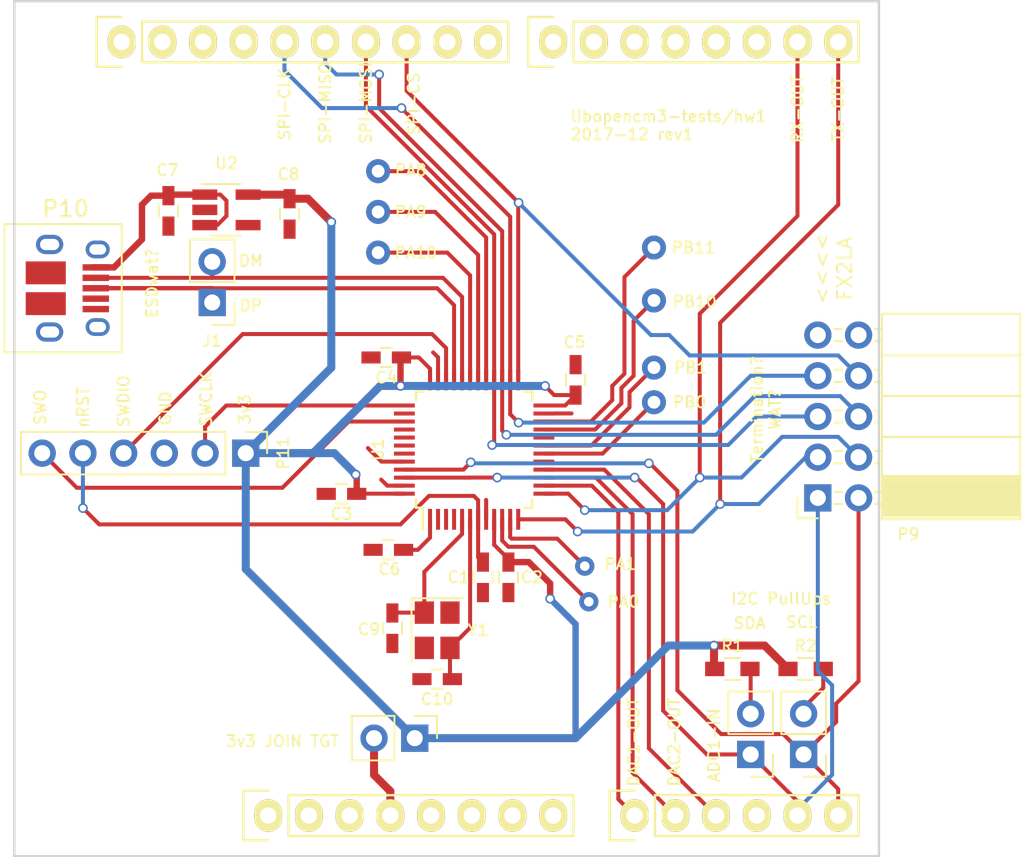
<source format=kicad_pcb>
(kicad_pcb (version 4) (host pcbnew 4.0.6)

  (general
    (links 89)
    (no_connects 26)
    (area 119.5375 72.949999 186.303001 126.440001)
    (thickness 1.6)
    (drawings 29)
    (tracks 296)
    (zones 0)
    (modules 35)
    (nets 37)
  )

  (page A4)
  (title_block
    (title "libopencm3-test hardware")
    (date 2017-10-31)
    (rev 1)
  )

  (layers
    (0 F.Cu signal)
    (31 B.Cu signal)
    (32 B.Adhes user)
    (33 F.Adhes user)
    (34 B.Paste user)
    (35 F.Paste user)
    (36 B.SilkS user)
    (37 F.SilkS user)
    (38 B.Mask user)
    (39 F.Mask user)
    (40 Dwgs.User user)
    (41 Cmts.User user)
    (42 Eco1.User user)
    (43 Eco2.User user)
    (44 Edge.Cuts user)
    (45 Margin user)
    (46 B.CrtYd user)
    (47 F.CrtYd user)
    (48 B.Fab user)
    (49 F.Fab user hide)
  )

  (setup
    (last_trace_width 0.25)
    (user_trace_width 0.152)
    (user_trace_width 0.25)
    (user_trace_width 0.4)
    (user_trace_width 0.5)
    (user_trace_width 0.75)
    (trace_clearance 0.2)
    (zone_clearance 0.25)
    (zone_45_only yes)
    (trace_min 0.152)
    (segment_width 0.12)
    (edge_width 0.15)
    (via_size 0.6)
    (via_drill 0.4)
    (via_min_size 0.4)
    (via_min_drill 0.3)
    (uvia_size 0.3)
    (uvia_drill 0.1)
    (uvias_allowed no)
    (uvia_min_size 0.2)
    (uvia_min_drill 0.1)
    (pcb_text_width 0.12)
    (pcb_text_size 0.7 0.7)
    (mod_edge_width 0.15)
    (mod_text_size 0.7 0.7)
    (mod_text_width 0.12)
    (pad_size 1.2 1.2)
    (pad_drill 0.6)
    (pad_to_mask_clearance 0)
    (aux_axis_origin 123.1265 126.365)
    (grid_origin 123.1265 126.365)
    (visible_elements FFFEFFFF)
    (pcbplotparams
      (layerselection 0x010f0_80000001)
      (usegerberextensions true)
      (excludeedgelayer true)
      (linewidth 0.100000)
      (plotframeref false)
      (viasonmask false)
      (mode 1)
      (useauxorigin false)
      (hpglpennumber 1)
      (hpglpenspeed 20)
      (hpglpendiameter 15)
      (hpglpenoverlay 2)
      (psnegative false)
      (psa4output false)
      (plotreference true)
      (plotvalue true)
      (plotinvisibletext false)
      (padsonsilk false)
      (subtractmaskfromsilk false)
      (outputformat 1)
      (mirror false)
      (drillshape 0)
      (scaleselection 1)
      (outputdirectory ""))
  )

  (net 0 "")
  (net 1 +5V)
  (net 2 GND)
  (net 3 +3V3)
  (net 4 /NRST)
  (net 5 /ADC_IN1)
  (net 6 /I2C_SDA)
  (net 7 /I2C_SCL)
  (net 8 /SPI_CS)
  (net 9 /SPI_MOSI)
  (net 10 /SPI_MISO)
  (net 11 /SPI_SCK)
  (net 12 /USB_DM)
  (net 13 /USB_DP)
  (net 14 "Net-(P10-Pad6)")
  (net 15 /SWCLK)
  (net 16 /SWDIO)
  (net 17 /SWO)
  (net 18 /DAC1_OUT)
  (net 19 /DAC2_OUT)
  (net 20 /UART_TX_OUT)
  (net 21 /UART_RX_OUT)
  (net 22 "Net-(JP1-Pad2)")
  (net 23 "Net-(JP2-Pad2)")
  (net 24 /VLCD)
  (net 25 "Net-(C9-Pad1)")
  (net 26 "Net-(C10-Pad1)")
  (net 27 "Net-(JP3-Pad2)")
  (net 28 "Net-(PA0-Pad1)")
  (net 29 "Net-(PA1-Pad1)")
  (net 30 "Net-(PA8-Pad1)")
  (net 31 "Net-(PA9-Pad1)")
  (net 32 "Net-(PA10-Pad1)")
  (net 33 "Net-(PB0-Pad1)")
  (net 34 "Net-(PB1-Pad1)")
  (net 35 "Net-(PB10-Pad1)")
  (net 36 "Net-(PB11-Pad1)")

  (net_class Default "This is the default net class."
    (clearance 0.2)
    (trace_width 0.25)
    (via_dia 0.6)
    (via_drill 0.4)
    (uvia_dia 0.3)
    (uvia_drill 0.1)
    (add_net /ADC_IN1)
    (add_net /DAC1_OUT)
    (add_net /DAC2_OUT)
    (add_net /I2C_SCL)
    (add_net /I2C_SDA)
    (add_net /NRST)
    (add_net /SPI_CS)
    (add_net /SPI_MISO)
    (add_net /SPI_MOSI)
    (add_net /SPI_SCK)
    (add_net /SWCLK)
    (add_net /SWDIO)
    (add_net /SWO)
    (add_net /UART_RX_OUT)
    (add_net /UART_TX_OUT)
    (add_net /USB_DM)
    (add_net /USB_DP)
    (add_net /VLCD)
    (add_net GND)
    (add_net "Net-(C10-Pad1)")
    (add_net "Net-(C9-Pad1)")
    (add_net "Net-(JP1-Pad2)")
    (add_net "Net-(JP2-Pad2)")
    (add_net "Net-(JP3-Pad2)")
    (add_net "Net-(P10-Pad6)")
    (add_net "Net-(PA0-Pad1)")
    (add_net "Net-(PA1-Pad1)")
    (add_net "Net-(PA10-Pad1)")
    (add_net "Net-(PA8-Pad1)")
    (add_net "Net-(PA9-Pad1)")
    (add_net "Net-(PB0-Pad1)")
    (add_net "Net-(PB1-Pad1)")
    (add_net "Net-(PB10-Pad1)")
    (add_net "Net-(PB11-Pad1)")
  )

  (net_class power ""
    (clearance 0.2)
    (trace_width 0.4)
    (via_dia 0.6)
    (via_drill 0.4)
    (uvia_dia 0.3)
    (uvia_drill 0.1)
    (add_net +3V3)
    (add_net +5V)
  )

  (module Socket_Arduino_Uno:Socket_Strip_Arduino_1x08 locked (layer F.Cu) (tedit 5A456C75) (tstamp 551AF9EA)
    (at 138.938 123.825)
    (descr "Through hole socket strip")
    (tags "socket strip")
    (path /56D70129)
    (fp_text reference P1 (at 8.89 -2.54) (layer F.SilkS) hide
      (effects (font (size 0.7 0.7) (thickness 0.12)))
    )
    (fp_text value Power (at 8.89 -4.064) (layer F.Fab)
      (effects (font (size 1 1) (thickness 0.15)))
    )
    (fp_line (start -1.75 -1.75) (end -1.75 1.75) (layer F.CrtYd) (width 0.05))
    (fp_line (start 19.55 -1.75) (end 19.55 1.75) (layer F.CrtYd) (width 0.05))
    (fp_line (start -1.75 -1.75) (end 19.55 -1.75) (layer F.CrtYd) (width 0.05))
    (fp_line (start -1.75 1.75) (end 19.55 1.75) (layer F.CrtYd) (width 0.05))
    (fp_line (start 1.27 1.27) (end 19.05 1.27) (layer F.SilkS) (width 0.15))
    (fp_line (start 19.05 1.27) (end 19.05 -1.27) (layer F.SilkS) (width 0.15))
    (fp_line (start 19.05 -1.27) (end 1.27 -1.27) (layer F.SilkS) (width 0.15))
    (fp_line (start -1.55 1.55) (end 0 1.55) (layer F.SilkS) (width 0.15))
    (fp_line (start 1.27 1.27) (end 1.27 -1.27) (layer F.SilkS) (width 0.15))
    (fp_line (start 0 -1.55) (end -1.55 -1.55) (layer F.SilkS) (width 0.15))
    (fp_line (start -1.55 -1.55) (end -1.55 1.55) (layer F.SilkS) (width 0.15))
    (pad 1 thru_hole oval (at 0 0) (size 1.7272 2.032) (drill 1.016) (layers *.Cu *.Mask F.SilkS))
    (pad 2 thru_hole oval (at 2.54 0) (size 1.7272 2.032) (drill 1.016) (layers *.Cu *.Mask F.SilkS))
    (pad 3 thru_hole oval (at 5.08 0) (size 1.7272 2.032) (drill 1.016) (layers *.Cu *.Mask F.SilkS))
    (pad 4 thru_hole oval (at 7.62 0) (size 1.7272 2.032) (drill 1.016) (layers *.Cu *.Mask F.SilkS)
      (net 27 "Net-(JP3-Pad2)"))
    (pad 5 thru_hole oval (at 10.16 0) (size 1.7272 2.032) (drill 1.016) (layers *.Cu *.Mask F.SilkS))
    (pad 6 thru_hole oval (at 12.7 0) (size 1.7272 2.032) (drill 1.016) (layers *.Cu *.Mask F.SilkS)
      (net 2 GND))
    (pad 7 thru_hole oval (at 15.24 0) (size 1.7272 2.032) (drill 1.016) (layers *.Cu *.Mask F.SilkS)
      (net 2 GND))
    (pad 8 thru_hole oval (at 17.78 0) (size 1.7272 2.032) (drill 1.016) (layers *.Cu *.Mask F.SilkS))
    (model ${KIPRJMOD}/Socket_Arduino_Uno.3dshapes/Socket_header_Arduino_1x08.wrl
      (at (xyz 0.35 0 0))
      (scale (xyz 1 1 1))
      (rotate (xyz 0 0 180))
    )
  )

  (module Socket_Arduino_Uno:Socket_Strip_Arduino_1x06 locked (layer F.Cu) (tedit 5A456C7B) (tstamp 551AF9FF)
    (at 161.798 123.825)
    (descr "Through hole socket strip")
    (tags "socket strip")
    (path /56D70DD8)
    (fp_text reference P2 (at 6.604 -2.54) (layer F.SilkS) hide
      (effects (font (size 0.7 0.7) (thickness 0.12)))
    )
    (fp_text value Analog (at 6.604 -4.064) (layer F.Fab)
      (effects (font (size 1 1) (thickness 0.15)))
    )
    (fp_line (start -1.75 -1.75) (end -1.75 1.75) (layer F.CrtYd) (width 0.05))
    (fp_line (start 14.45 -1.75) (end 14.45 1.75) (layer F.CrtYd) (width 0.05))
    (fp_line (start -1.75 -1.75) (end 14.45 -1.75) (layer F.CrtYd) (width 0.05))
    (fp_line (start -1.75 1.75) (end 14.45 1.75) (layer F.CrtYd) (width 0.05))
    (fp_line (start 1.27 1.27) (end 13.97 1.27) (layer F.SilkS) (width 0.15))
    (fp_line (start 13.97 1.27) (end 13.97 -1.27) (layer F.SilkS) (width 0.15))
    (fp_line (start 13.97 -1.27) (end 1.27 -1.27) (layer F.SilkS) (width 0.15))
    (fp_line (start -1.55 1.55) (end 0 1.55) (layer F.SilkS) (width 0.15))
    (fp_line (start 1.27 1.27) (end 1.27 -1.27) (layer F.SilkS) (width 0.15))
    (fp_line (start 0 -1.55) (end -1.55 -1.55) (layer F.SilkS) (width 0.15))
    (fp_line (start -1.55 -1.55) (end -1.55 1.55) (layer F.SilkS) (width 0.15))
    (pad 1 thru_hole oval (at 0 0) (size 1.7272 2.032) (drill 1.016) (layers *.Cu *.Mask F.SilkS)
      (net 18 /DAC1_OUT))
    (pad 2 thru_hole oval (at 2.54 0) (size 1.7272 2.032) (drill 1.016) (layers *.Cu *.Mask F.SilkS)
      (net 19 /DAC2_OUT))
    (pad 3 thru_hole oval (at 5.08 0) (size 1.7272 2.032) (drill 1.016) (layers *.Cu *.Mask F.SilkS)
      (net 5 /ADC_IN1))
    (pad 4 thru_hole oval (at 7.62 0) (size 1.7272 2.032) (drill 1.016) (layers *.Cu *.Mask F.SilkS))
    (pad 5 thru_hole oval (at 10.16 0) (size 1.7272 2.032) (drill 1.016) (layers *.Cu *.Mask F.SilkS)
      (net 6 /I2C_SDA))
    (pad 6 thru_hole oval (at 12.7 0) (size 1.7272 2.032) (drill 1.016) (layers *.Cu *.Mask F.SilkS)
      (net 7 /I2C_SCL))
    (model ${KIPRJMOD}/Socket_Arduino_Uno.3dshapes/Socket_header_Arduino_1x06.wrl
      (at (xyz 0.25 0 0))
      (scale (xyz 1 1 1))
      (rotate (xyz 0 0 180))
    )
  )

  (module Socket_Arduino_Uno:Socket_Strip_Arduino_1x10 locked (layer F.Cu) (tedit 5A456C6E) (tstamp 551AFA18)
    (at 129.794 75.565)
    (descr "Through hole socket strip")
    (tags "socket strip")
    (path /56D721E0)
    (fp_text reference P3 (at 11.43 2.794) (layer F.SilkS) hide
      (effects (font (size 0.7 0.7) (thickness 0.12)))
    )
    (fp_text value Digital (at 11.43 4.318) (layer F.Fab)
      (effects (font (size 1 1) (thickness 0.15)))
    )
    (fp_line (start -1.75 -1.75) (end -1.75 1.75) (layer F.CrtYd) (width 0.05))
    (fp_line (start 24.65 -1.75) (end 24.65 1.75) (layer F.CrtYd) (width 0.05))
    (fp_line (start -1.75 -1.75) (end 24.65 -1.75) (layer F.CrtYd) (width 0.05))
    (fp_line (start -1.75 1.75) (end 24.65 1.75) (layer F.CrtYd) (width 0.05))
    (fp_line (start 1.27 1.27) (end 24.13 1.27) (layer F.SilkS) (width 0.15))
    (fp_line (start 24.13 1.27) (end 24.13 -1.27) (layer F.SilkS) (width 0.15))
    (fp_line (start 24.13 -1.27) (end 1.27 -1.27) (layer F.SilkS) (width 0.15))
    (fp_line (start -1.55 1.55) (end 0 1.55) (layer F.SilkS) (width 0.15))
    (fp_line (start 1.27 1.27) (end 1.27 -1.27) (layer F.SilkS) (width 0.15))
    (fp_line (start 0 -1.55) (end -1.55 -1.55) (layer F.SilkS) (width 0.15))
    (fp_line (start -1.55 -1.55) (end -1.55 1.55) (layer F.SilkS) (width 0.15))
    (pad 1 thru_hole oval (at 0 0) (size 1.7272 2.032) (drill 1.016) (layers *.Cu *.Mask F.SilkS))
    (pad 2 thru_hole oval (at 2.54 0) (size 1.7272 2.032) (drill 1.016) (layers *.Cu *.Mask F.SilkS))
    (pad 3 thru_hole oval (at 5.08 0) (size 1.7272 2.032) (drill 1.016) (layers *.Cu *.Mask F.SilkS))
    (pad 4 thru_hole oval (at 7.62 0) (size 1.7272 2.032) (drill 1.016) (layers *.Cu *.Mask F.SilkS)
      (net 2 GND))
    (pad 5 thru_hole oval (at 10.16 0) (size 1.7272 2.032) (drill 1.016) (layers *.Cu *.Mask F.SilkS)
      (net 11 /SPI_SCK))
    (pad 6 thru_hole oval (at 12.7 0) (size 1.7272 2.032) (drill 1.016) (layers *.Cu *.Mask F.SilkS)
      (net 10 /SPI_MISO))
    (pad 7 thru_hole oval (at 15.24 0) (size 1.7272 2.032) (drill 1.016) (layers *.Cu *.Mask F.SilkS)
      (net 9 /SPI_MOSI))
    (pad 8 thru_hole oval (at 17.78 0) (size 1.7272 2.032) (drill 1.016) (layers *.Cu *.Mask F.SilkS)
      (net 8 /SPI_CS))
    (pad 9 thru_hole oval (at 20.32 0) (size 1.7272 2.032) (drill 1.016) (layers *.Cu *.Mask F.SilkS))
    (pad 10 thru_hole oval (at 22.86 0) (size 1.7272 2.032) (drill 1.016) (layers *.Cu *.Mask F.SilkS))
    (model ${KIPRJMOD}/Socket_Arduino_Uno.3dshapes/Socket_header_Arduino_1x10.wrl
      (at (xyz 0.45 0 0))
      (scale (xyz 1 1 1))
      (rotate (xyz 0 0 180))
    )
  )

  (module Socket_Arduino_Uno:Socket_Strip_Arduino_1x08 locked (layer F.Cu) (tedit 5A456C59) (tstamp 551AFA2F)
    (at 156.718 75.565)
    (descr "Through hole socket strip")
    (tags "socket strip")
    (path /56D7164F)
    (fp_text reference P4 (at 8.89 2.794) (layer F.SilkS) hide
      (effects (font (size 0.7 0.7) (thickness 0.12)))
    )
    (fp_text value Digital (at 8.89 4.318) (layer F.Fab)
      (effects (font (size 1 1) (thickness 0.15)))
    )
    (fp_line (start -1.75 -1.75) (end -1.75 1.75) (layer F.CrtYd) (width 0.05))
    (fp_line (start 19.55 -1.75) (end 19.55 1.75) (layer F.CrtYd) (width 0.05))
    (fp_line (start -1.75 -1.75) (end 19.55 -1.75) (layer F.CrtYd) (width 0.05))
    (fp_line (start -1.75 1.75) (end 19.55 1.75) (layer F.CrtYd) (width 0.05))
    (fp_line (start 1.27 1.27) (end 19.05 1.27) (layer F.SilkS) (width 0.15))
    (fp_line (start 19.05 1.27) (end 19.05 -1.27) (layer F.SilkS) (width 0.15))
    (fp_line (start 19.05 -1.27) (end 1.27 -1.27) (layer F.SilkS) (width 0.15))
    (fp_line (start -1.55 1.55) (end 0 1.55) (layer F.SilkS) (width 0.15))
    (fp_line (start 1.27 1.27) (end 1.27 -1.27) (layer F.SilkS) (width 0.15))
    (fp_line (start 0 -1.55) (end -1.55 -1.55) (layer F.SilkS) (width 0.15))
    (fp_line (start -1.55 -1.55) (end -1.55 1.55) (layer F.SilkS) (width 0.15))
    (pad 1 thru_hole oval (at 0 0) (size 1.7272 2.032) (drill 1.016) (layers *.Cu *.Mask F.SilkS))
    (pad 2 thru_hole oval (at 2.54 0) (size 1.7272 2.032) (drill 1.016) (layers *.Cu *.Mask F.SilkS))
    (pad 3 thru_hole oval (at 5.08 0) (size 1.7272 2.032) (drill 1.016) (layers *.Cu *.Mask F.SilkS))
    (pad 4 thru_hole oval (at 7.62 0) (size 1.7272 2.032) (drill 1.016) (layers *.Cu *.Mask F.SilkS))
    (pad 5 thru_hole oval (at 10.16 0) (size 1.7272 2.032) (drill 1.016) (layers *.Cu *.Mask F.SilkS))
    (pad 6 thru_hole oval (at 12.7 0) (size 1.7272 2.032) (drill 1.016) (layers *.Cu *.Mask F.SilkS))
    (pad 7 thru_hole oval (at 15.24 0) (size 1.7272 2.032) (drill 1.016) (layers *.Cu *.Mask F.SilkS)
      (net 21 /UART_RX_OUT))
    (pad 8 thru_hole oval (at 17.78 0) (size 1.7272 2.032) (drill 1.016) (layers *.Cu *.Mask F.SilkS)
      (net 20 /UART_TX_OUT))
    (model ${KIPRJMOD}/Socket_Arduino_Uno.3dshapes/Socket_header_Arduino_1x08.wrl
      (at (xyz 0.35 0 0))
      (scale (xyz 1 1 1))
      (rotate (xyz 0 0 180))
    )
  )

  (module Capacitors_SMD:C_0603_HandSoldering (layer F.Cu) (tedit 5A48225C) (tstamp 59F7BF21)
    (at 152.3365 108.966 90)
    (descr "Capacitor SMD 0603, hand soldering")
    (tags "capacitor 0603")
    (path /58CF4B65)
    (attr smd)
    (fp_text reference C1 (at 0 -1.524 180) (layer F.SilkS)
      (effects (font (size 0.7 0.7) (thickness 0.12)))
    )
    (fp_text value 100n (at 0 1.5 90) (layer F.Fab)
      (effects (font (size 1 1) (thickness 0.15)))
    )
    (fp_text user %R (at 0 -1.25 90) (layer F.Fab)
      (effects (font (size 1 1) (thickness 0.15)))
    )
    (fp_line (start -0.8 0.4) (end -0.8 -0.4) (layer F.Fab) (width 0.1))
    (fp_line (start 0.8 0.4) (end -0.8 0.4) (layer F.Fab) (width 0.1))
    (fp_line (start 0.8 -0.4) (end 0.8 0.4) (layer F.Fab) (width 0.1))
    (fp_line (start -0.8 -0.4) (end 0.8 -0.4) (layer F.Fab) (width 0.1))
    (fp_line (start -0.35 -0.6) (end 0.35 -0.6) (layer F.SilkS) (width 0.12))
    (fp_line (start 0.35 0.6) (end -0.35 0.6) (layer F.SilkS) (width 0.12))
    (fp_line (start -1.8 -0.65) (end 1.8 -0.65) (layer F.CrtYd) (width 0.05))
    (fp_line (start -1.8 -0.65) (end -1.8 0.65) (layer F.CrtYd) (width 0.05))
    (fp_line (start 1.8 0.65) (end 1.8 -0.65) (layer F.CrtYd) (width 0.05))
    (fp_line (start 1.8 0.65) (end -1.8 0.65) (layer F.CrtYd) (width 0.05))
    (pad 1 smd rect (at -0.95 0 90) (size 1.2 0.75) (layers F.Cu F.Paste F.Mask)
      (net 2 GND))
    (pad 2 smd rect (at 0.95 0 90) (size 1.2 0.75) (layers F.Cu F.Paste F.Mask)
      (net 4 /NRST))
    (model Capacitors_SMD.3dshapes/C_0603.wrl
      (at (xyz 0 0 0))
      (scale (xyz 1 1 1))
      (rotate (xyz 0 0 0))
    )
  )

  (module Capacitors_SMD:C_0603_HandSoldering (layer F.Cu) (tedit 5A482267) (tstamp 59F7BF27)
    (at 153.924 108.966 270)
    (descr "Capacitor SMD 0603, hand soldering")
    (tags "capacitor 0603")
    (path /58CF43FF)
    (attr smd)
    (fp_text reference C2 (at 0 -1.4605 360) (layer F.SilkS)
      (effects (font (size 0.7 0.7) (thickness 0.12)))
    )
    (fp_text value 100n (at 0 1.5 270) (layer F.Fab)
      (effects (font (size 1 1) (thickness 0.15)))
    )
    (fp_text user %R (at 0 -1.25 270) (layer F.Fab)
      (effects (font (size 1 1) (thickness 0.15)))
    )
    (fp_line (start -0.8 0.4) (end -0.8 -0.4) (layer F.Fab) (width 0.1))
    (fp_line (start 0.8 0.4) (end -0.8 0.4) (layer F.Fab) (width 0.1))
    (fp_line (start 0.8 -0.4) (end 0.8 0.4) (layer F.Fab) (width 0.1))
    (fp_line (start -0.8 -0.4) (end 0.8 -0.4) (layer F.Fab) (width 0.1))
    (fp_line (start -0.35 -0.6) (end 0.35 -0.6) (layer F.SilkS) (width 0.12))
    (fp_line (start 0.35 0.6) (end -0.35 0.6) (layer F.SilkS) (width 0.12))
    (fp_line (start -1.8 -0.65) (end 1.8 -0.65) (layer F.CrtYd) (width 0.05))
    (fp_line (start -1.8 -0.65) (end -1.8 0.65) (layer F.CrtYd) (width 0.05))
    (fp_line (start 1.8 0.65) (end 1.8 -0.65) (layer F.CrtYd) (width 0.05))
    (fp_line (start 1.8 0.65) (end -1.8 0.65) (layer F.CrtYd) (width 0.05))
    (pad 1 smd rect (at -0.95 0 270) (size 1.2 0.75) (layers F.Cu F.Paste F.Mask)
      (net 3 +3V3))
    (pad 2 smd rect (at 0.95 0 270) (size 1.2 0.75) (layers F.Cu F.Paste F.Mask)
      (net 2 GND))
    (model Capacitors_SMD.3dshapes/C_0603.wrl
      (at (xyz 0 0 0))
      (scale (xyz 1 1 1))
      (rotate (xyz 0 0 0))
    )
  )

  (module Capacitors_SMD:C_0603_HandSoldering (layer F.Cu) (tedit 58AA848B) (tstamp 59F7BF2D)
    (at 143.51 103.759 180)
    (descr "Capacitor SMD 0603, hand soldering")
    (tags "capacitor 0603")
    (path /58CF69A9)
    (attr smd)
    (fp_text reference C3 (at 0 -1.25 180) (layer F.SilkS)
      (effects (font (size 0.7 0.7) (thickness 0.12)))
    )
    (fp_text value 100n (at 0 1.5 180) (layer F.Fab)
      (effects (font (size 1 1) (thickness 0.15)))
    )
    (fp_text user %R (at 0 -1.25 180) (layer F.Fab)
      (effects (font (size 1 1) (thickness 0.15)))
    )
    (fp_line (start -0.8 0.4) (end -0.8 -0.4) (layer F.Fab) (width 0.1))
    (fp_line (start 0.8 0.4) (end -0.8 0.4) (layer F.Fab) (width 0.1))
    (fp_line (start 0.8 -0.4) (end 0.8 0.4) (layer F.Fab) (width 0.1))
    (fp_line (start -0.8 -0.4) (end 0.8 -0.4) (layer F.Fab) (width 0.1))
    (fp_line (start -0.35 -0.6) (end 0.35 -0.6) (layer F.SilkS) (width 0.12))
    (fp_line (start 0.35 0.6) (end -0.35 0.6) (layer F.SilkS) (width 0.12))
    (fp_line (start -1.8 -0.65) (end 1.8 -0.65) (layer F.CrtYd) (width 0.05))
    (fp_line (start -1.8 -0.65) (end -1.8 0.65) (layer F.CrtYd) (width 0.05))
    (fp_line (start 1.8 0.65) (end 1.8 -0.65) (layer F.CrtYd) (width 0.05))
    (fp_line (start 1.8 0.65) (end -1.8 0.65) (layer F.CrtYd) (width 0.05))
    (pad 1 smd rect (at -0.95 0 180) (size 1.2 0.75) (layers F.Cu F.Paste F.Mask)
      (net 3 +3V3))
    (pad 2 smd rect (at 0.95 0 180) (size 1.2 0.75) (layers F.Cu F.Paste F.Mask)
      (net 2 GND))
    (model Capacitors_SMD.3dshapes/C_0603.wrl
      (at (xyz 0 0 0))
      (scale (xyz 1 1 1))
      (rotate (xyz 0 0 0))
    )
  )

  (module Capacitors_SMD:C_0603_HandSoldering (layer F.Cu) (tedit 58AA848B) (tstamp 59F7BF33)
    (at 146.304 95.25 180)
    (descr "Capacitor SMD 0603, hand soldering")
    (tags "capacitor 0603")
    (path /58CF69F1)
    (attr smd)
    (fp_text reference C4 (at 0 -1.25 180) (layer F.SilkS)
      (effects (font (size 0.7 0.7) (thickness 0.12)))
    )
    (fp_text value 100n (at 0 1.5 180) (layer F.Fab)
      (effects (font (size 1 1) (thickness 0.15)))
    )
    (fp_text user %R (at 0 -1.25 180) (layer F.Fab)
      (effects (font (size 1 1) (thickness 0.15)))
    )
    (fp_line (start -0.8 0.4) (end -0.8 -0.4) (layer F.Fab) (width 0.1))
    (fp_line (start 0.8 0.4) (end -0.8 0.4) (layer F.Fab) (width 0.1))
    (fp_line (start 0.8 -0.4) (end 0.8 0.4) (layer F.Fab) (width 0.1))
    (fp_line (start -0.8 -0.4) (end 0.8 -0.4) (layer F.Fab) (width 0.1))
    (fp_line (start -0.35 -0.6) (end 0.35 -0.6) (layer F.SilkS) (width 0.12))
    (fp_line (start 0.35 0.6) (end -0.35 0.6) (layer F.SilkS) (width 0.12))
    (fp_line (start -1.8 -0.65) (end 1.8 -0.65) (layer F.CrtYd) (width 0.05))
    (fp_line (start -1.8 -0.65) (end -1.8 0.65) (layer F.CrtYd) (width 0.05))
    (fp_line (start 1.8 0.65) (end 1.8 -0.65) (layer F.CrtYd) (width 0.05))
    (fp_line (start 1.8 0.65) (end -1.8 0.65) (layer F.CrtYd) (width 0.05))
    (pad 1 smd rect (at -0.95 0 180) (size 1.2 0.75) (layers F.Cu F.Paste F.Mask)
      (net 3 +3V3))
    (pad 2 smd rect (at 0.95 0 180) (size 1.2 0.75) (layers F.Cu F.Paste F.Mask)
      (net 2 GND))
    (model Capacitors_SMD.3dshapes/C_0603.wrl
      (at (xyz 0 0 0))
      (scale (xyz 1 1 1))
      (rotate (xyz 0 0 0))
    )
  )

  (module Capacitors_SMD:C_0603_HandSoldering (layer F.Cu) (tedit 5A48227C) (tstamp 59F7BF39)
    (at 158.115 96.647 90)
    (descr "Capacitor SMD 0603, hand soldering")
    (tags "capacitor 0603")
    (path /58CF6A3A)
    (attr smd)
    (fp_text reference C5 (at 2.3495 -0.0635 180) (layer F.SilkS)
      (effects (font (size 0.7 0.7) (thickness 0.12)))
    )
    (fp_text value 100n (at 0 1.5 90) (layer F.Fab)
      (effects (font (size 1 1) (thickness 0.15)))
    )
    (fp_text user %R (at 0 -1.25 90) (layer F.Fab)
      (effects (font (size 1 1) (thickness 0.15)))
    )
    (fp_line (start -0.8 0.4) (end -0.8 -0.4) (layer F.Fab) (width 0.1))
    (fp_line (start 0.8 0.4) (end -0.8 0.4) (layer F.Fab) (width 0.1))
    (fp_line (start 0.8 -0.4) (end 0.8 0.4) (layer F.Fab) (width 0.1))
    (fp_line (start -0.8 -0.4) (end 0.8 -0.4) (layer F.Fab) (width 0.1))
    (fp_line (start -0.35 -0.6) (end 0.35 -0.6) (layer F.SilkS) (width 0.12))
    (fp_line (start 0.35 0.6) (end -0.35 0.6) (layer F.SilkS) (width 0.12))
    (fp_line (start -1.8 -0.65) (end 1.8 -0.65) (layer F.CrtYd) (width 0.05))
    (fp_line (start -1.8 -0.65) (end -1.8 0.65) (layer F.CrtYd) (width 0.05))
    (fp_line (start 1.8 0.65) (end 1.8 -0.65) (layer F.CrtYd) (width 0.05))
    (fp_line (start 1.8 0.65) (end -1.8 0.65) (layer F.CrtYd) (width 0.05))
    (pad 1 smd rect (at -0.95 0 90) (size 1.2 0.75) (layers F.Cu F.Paste F.Mask)
      (net 3 +3V3))
    (pad 2 smd rect (at 0.95 0 90) (size 1.2 0.75) (layers F.Cu F.Paste F.Mask)
      (net 2 GND))
    (model Capacitors_SMD.3dshapes/C_0603.wrl
      (at (xyz 0 0 0))
      (scale (xyz 1 1 1))
      (rotate (xyz 0 0 0))
    )
  )

  (module Housings_QFP:TQFP-48_7x7mm_Pitch0.5mm (layer F.Cu) (tedit 54130A77) (tstamp 59F7C113)
    (at 151.785 100.997 90)
    (descr "48 LEAD TQFP 7x7mm (see MICREL TQFP7x7-48LD-PL-1.pdf)")
    (tags "QFP 0.5")
    (path /58CEFE92)
    (attr smd)
    (fp_text reference U1 (at 0 -6 90) (layer F.SilkS)
      (effects (font (size 0.7 0.7) (thickness 0.12)))
    )
    (fp_text value STM32L151C6TxA (at 0 6 90) (layer F.Fab)
      (effects (font (size 1 1) (thickness 0.15)))
    )
    (fp_text user %R (at 0 0 90) (layer F.Fab)
      (effects (font (size 1 1) (thickness 0.15)))
    )
    (fp_line (start -2.5 -3.5) (end 3.5 -3.5) (layer F.Fab) (width 0.15))
    (fp_line (start 3.5 -3.5) (end 3.5 3.5) (layer F.Fab) (width 0.15))
    (fp_line (start 3.5 3.5) (end -3.5 3.5) (layer F.Fab) (width 0.15))
    (fp_line (start -3.5 3.5) (end -3.5 -2.5) (layer F.Fab) (width 0.15))
    (fp_line (start -3.5 -2.5) (end -2.5 -3.5) (layer F.Fab) (width 0.15))
    (fp_line (start -5.25 -5.25) (end -5.25 5.25) (layer F.CrtYd) (width 0.05))
    (fp_line (start 5.25 -5.25) (end 5.25 5.25) (layer F.CrtYd) (width 0.05))
    (fp_line (start -5.25 -5.25) (end 5.25 -5.25) (layer F.CrtYd) (width 0.05))
    (fp_line (start -5.25 5.25) (end 5.25 5.25) (layer F.CrtYd) (width 0.05))
    (fp_line (start -3.625 -3.625) (end -3.625 -3.2) (layer F.SilkS) (width 0.15))
    (fp_line (start 3.625 -3.625) (end 3.625 -3.1) (layer F.SilkS) (width 0.15))
    (fp_line (start 3.625 3.625) (end 3.625 3.1) (layer F.SilkS) (width 0.15))
    (fp_line (start -3.625 3.625) (end -3.625 3.1) (layer F.SilkS) (width 0.15))
    (fp_line (start -3.625 -3.625) (end -3.1 -3.625) (layer F.SilkS) (width 0.15))
    (fp_line (start -3.625 3.625) (end -3.1 3.625) (layer F.SilkS) (width 0.15))
    (fp_line (start 3.625 3.625) (end 3.1 3.625) (layer F.SilkS) (width 0.15))
    (fp_line (start 3.625 -3.625) (end 3.1 -3.625) (layer F.SilkS) (width 0.15))
    (fp_line (start -3.625 -3.2) (end -5 -3.2) (layer F.SilkS) (width 0.15))
    (pad 1 smd rect (at -4.35 -2.75 90) (size 1.3 0.25) (layers F.Cu F.Paste F.Mask)
      (net 24 /VLCD))
    (pad 2 smd rect (at -4.35 -2.25 90) (size 1.3 0.25) (layers F.Cu F.Paste F.Mask))
    (pad 3 smd rect (at -4.35 -1.75 90) (size 1.3 0.25) (layers F.Cu F.Paste F.Mask))
    (pad 4 smd rect (at -4.35 -1.25 90) (size 1.3 0.25) (layers F.Cu F.Paste F.Mask))
    (pad 5 smd rect (at -4.35 -0.75 90) (size 1.3 0.25) (layers F.Cu F.Paste F.Mask)
      (net 25 "Net-(C9-Pad1)"))
    (pad 6 smd rect (at -4.35 -0.25 90) (size 1.3 0.25) (layers F.Cu F.Paste F.Mask)
      (net 26 "Net-(C10-Pad1)"))
    (pad 7 smd rect (at -4.35 0.25 90) (size 1.3 0.25) (layers F.Cu F.Paste F.Mask)
      (net 4 /NRST))
    (pad 8 smd rect (at -4.35 0.75 90) (size 1.3 0.25) (layers F.Cu F.Paste F.Mask)
      (net 2 GND))
    (pad 9 smd rect (at -4.35 1.25 90) (size 1.3 0.25) (layers F.Cu F.Paste F.Mask)
      (net 3 +3V3))
    (pad 10 smd rect (at -4.35 1.75 90) (size 1.3 0.25) (layers F.Cu F.Paste F.Mask)
      (net 28 "Net-(PA0-Pad1)"))
    (pad 11 smd rect (at -4.35 2.25 90) (size 1.3 0.25) (layers F.Cu F.Paste F.Mask)
      (net 29 "Net-(PA1-Pad1)"))
    (pad 12 smd rect (at -4.35 2.75 90) (size 1.3 0.25) (layers F.Cu F.Paste F.Mask)
      (net 20 /UART_TX_OUT))
    (pad 13 smd rect (at -2.75 4.35 180) (size 1.3 0.25) (layers F.Cu F.Paste F.Mask)
      (net 21 /UART_RX_OUT))
    (pad 14 smd rect (at -2.25 4.35 180) (size 1.3 0.25) (layers F.Cu F.Paste F.Mask)
      (net 18 /DAC1_OUT))
    (pad 15 smd rect (at -1.75 4.35 180) (size 1.3 0.25) (layers F.Cu F.Paste F.Mask)
      (net 19 /DAC2_OUT))
    (pad 16 smd rect (at -1.25 4.35 180) (size 1.3 0.25) (layers F.Cu F.Paste F.Mask)
      (net 5 /ADC_IN1))
    (pad 17 smd rect (at -0.75 4.35 180) (size 1.3 0.25) (layers F.Cu F.Paste F.Mask))
    (pad 18 smd rect (at -0.25 4.35 180) (size 1.3 0.25) (layers F.Cu F.Paste F.Mask)
      (net 33 "Net-(PB0-Pad1)"))
    (pad 19 smd rect (at 0.25 4.35 180) (size 1.3 0.25) (layers F.Cu F.Paste F.Mask)
      (net 34 "Net-(PB1-Pad1)"))
    (pad 20 smd rect (at 0.75 4.35 180) (size 1.3 0.25) (layers F.Cu F.Paste F.Mask))
    (pad 21 smd rect (at 1.25 4.35 180) (size 1.3 0.25) (layers F.Cu F.Paste F.Mask)
      (net 35 "Net-(PB10-Pad1)"))
    (pad 22 smd rect (at 1.75 4.35 180) (size 1.3 0.25) (layers F.Cu F.Paste F.Mask)
      (net 36 "Net-(PB11-Pad1)"))
    (pad 23 smd rect (at 2.25 4.35 180) (size 1.3 0.25) (layers F.Cu F.Paste F.Mask)
      (net 2 GND))
    (pad 24 smd rect (at 2.75 4.35 180) (size 1.3 0.25) (layers F.Cu F.Paste F.Mask)
      (net 3 +3V3))
    (pad 25 smd rect (at 4.35 2.75 90) (size 1.3 0.25) (layers F.Cu F.Paste F.Mask)
      (net 8 /SPI_CS))
    (pad 26 smd rect (at 4.35 2.25 90) (size 1.3 0.25) (layers F.Cu F.Paste F.Mask)
      (net 11 /SPI_SCK))
    (pad 27 smd rect (at 4.35 1.75 90) (size 1.3 0.25) (layers F.Cu F.Paste F.Mask)
      (net 10 /SPI_MISO))
    (pad 28 smd rect (at 4.35 1.25 90) (size 1.3 0.25) (layers F.Cu F.Paste F.Mask)
      (net 9 /SPI_MOSI))
    (pad 29 smd rect (at 4.35 0.75 90) (size 1.3 0.25) (layers F.Cu F.Paste F.Mask)
      (net 30 "Net-(PA8-Pad1)"))
    (pad 30 smd rect (at 4.35 0.25 90) (size 1.3 0.25) (layers F.Cu F.Paste F.Mask)
      (net 31 "Net-(PA9-Pad1)"))
    (pad 31 smd rect (at 4.35 -0.25 90) (size 1.3 0.25) (layers F.Cu F.Paste F.Mask)
      (net 32 "Net-(PA10-Pad1)"))
    (pad 32 smd rect (at 4.35 -0.75 90) (size 1.3 0.25) (layers F.Cu F.Paste F.Mask)
      (net 12 /USB_DM))
    (pad 33 smd rect (at 4.35 -1.25 90) (size 1.3 0.25) (layers F.Cu F.Paste F.Mask)
      (net 13 /USB_DP))
    (pad 34 smd rect (at 4.35 -1.75 90) (size 1.3 0.25) (layers F.Cu F.Paste F.Mask)
      (net 16 /SWDIO))
    (pad 35 smd rect (at 4.35 -2.25 90) (size 1.3 0.25) (layers F.Cu F.Paste F.Mask)
      (net 2 GND))
    (pad 36 smd rect (at 4.35 -2.75 90) (size 1.3 0.25) (layers F.Cu F.Paste F.Mask)
      (net 3 +3V3))
    (pad 37 smd rect (at 2.75 -4.35 180) (size 1.3 0.25) (layers F.Cu F.Paste F.Mask)
      (net 15 /SWCLK))
    (pad 38 smd rect (at 2.25 -4.35 180) (size 1.3 0.25) (layers F.Cu F.Paste F.Mask))
    (pad 39 smd rect (at 1.75 -4.35 180) (size 1.3 0.25) (layers F.Cu F.Paste F.Mask)
      (net 17 /SWO))
    (pad 40 smd rect (at 1.25 -4.35 180) (size 1.3 0.25) (layers F.Cu F.Paste F.Mask))
    (pad 41 smd rect (at 0.75 -4.35 180) (size 1.3 0.25) (layers F.Cu F.Paste F.Mask))
    (pad 42 smd rect (at 0.25 -4.35 180) (size 1.3 0.25) (layers F.Cu F.Paste F.Mask))
    (pad 43 smd rect (at -0.25 -4.35 180) (size 1.3 0.25) (layers F.Cu F.Paste F.Mask))
    (pad 44 smd rect (at -0.75 -4.35 180) (size 1.3 0.25) (layers F.Cu F.Paste F.Mask)
      (net 2 GND))
    (pad 45 smd rect (at -1.25 -4.35 180) (size 1.3 0.25) (layers F.Cu F.Paste F.Mask)
      (net 7 /I2C_SCL))
    (pad 46 smd rect (at -1.75 -4.35 180) (size 1.3 0.25) (layers F.Cu F.Paste F.Mask)
      (net 6 /I2C_SDA))
    (pad 47 smd rect (at -2.25 -4.35 180) (size 1.3 0.25) (layers F.Cu F.Paste F.Mask)
      (net 2 GND))
    (pad 48 smd rect (at -2.75 -4.35 180) (size 1.3 0.25) (layers F.Cu F.Paste F.Mask)
      (net 3 +3V3))
    (model Housings_QFP.3dshapes/TQFP-48_7x7mm_Pitch0.5mm.wrl
      (at (xyz 0 0 0))
      (scale (xyz 1 1 1))
      (rotate (xyz 0 0 0))
    )
  )

  (module Socket_Strips:Socket_Strip_Angled_2x05_Pitch2.54mm (layer F.Cu) (tedit 588DE958) (tstamp 5A0F5F85)
    (at 173.228 104.013 180)
    (descr "Through hole angled socket strip, 2x05, 2.54mm pitch, 8.51mm socket length, double rows")
    (tags "Through hole angled socket strip THT 2x05 2.54mm double row")
    (path /58CF048F)
    (fp_text reference P9 (at -5.65 -2.27 180) (layer F.SilkS)
      (effects (font (size 0.7 0.7) (thickness 0.12)))
    )
    (fp_text value FX2LA (at -5.65 12.43 180) (layer F.Fab)
      (effects (font (size 1 1) (thickness 0.15)))
    )
    (fp_line (start -4.06 -1.27) (end -4.06 1.27) (layer F.Fab) (width 0.1))
    (fp_line (start -4.06 1.27) (end -12.57 1.27) (layer F.Fab) (width 0.1))
    (fp_line (start -12.57 1.27) (end -12.57 -1.27) (layer F.Fab) (width 0.1))
    (fp_line (start -12.57 -1.27) (end -4.06 -1.27) (layer F.Fab) (width 0.1))
    (fp_line (start 0 -0.32) (end 0 0.32) (layer F.Fab) (width 0.1))
    (fp_line (start 0 0.32) (end -4.06 0.32) (layer F.Fab) (width 0.1))
    (fp_line (start -4.06 0.32) (end -4.06 -0.32) (layer F.Fab) (width 0.1))
    (fp_line (start -4.06 -0.32) (end 0 -0.32) (layer F.Fab) (width 0.1))
    (fp_line (start -4.06 1.27) (end -4.06 3.81) (layer F.Fab) (width 0.1))
    (fp_line (start -4.06 3.81) (end -12.57 3.81) (layer F.Fab) (width 0.1))
    (fp_line (start -12.57 3.81) (end -12.57 1.27) (layer F.Fab) (width 0.1))
    (fp_line (start -12.57 1.27) (end -4.06 1.27) (layer F.Fab) (width 0.1))
    (fp_line (start 0 2.22) (end 0 2.86) (layer F.Fab) (width 0.1))
    (fp_line (start 0 2.86) (end -4.06 2.86) (layer F.Fab) (width 0.1))
    (fp_line (start -4.06 2.86) (end -4.06 2.22) (layer F.Fab) (width 0.1))
    (fp_line (start -4.06 2.22) (end 0 2.22) (layer F.Fab) (width 0.1))
    (fp_line (start -4.06 3.81) (end -4.06 6.35) (layer F.Fab) (width 0.1))
    (fp_line (start -4.06 6.35) (end -12.57 6.35) (layer F.Fab) (width 0.1))
    (fp_line (start -12.57 6.35) (end -12.57 3.81) (layer F.Fab) (width 0.1))
    (fp_line (start -12.57 3.81) (end -4.06 3.81) (layer F.Fab) (width 0.1))
    (fp_line (start 0 4.76) (end 0 5.4) (layer F.Fab) (width 0.1))
    (fp_line (start 0 5.4) (end -4.06 5.4) (layer F.Fab) (width 0.1))
    (fp_line (start -4.06 5.4) (end -4.06 4.76) (layer F.Fab) (width 0.1))
    (fp_line (start -4.06 4.76) (end 0 4.76) (layer F.Fab) (width 0.1))
    (fp_line (start -4.06 6.35) (end -4.06 8.89) (layer F.Fab) (width 0.1))
    (fp_line (start -4.06 8.89) (end -12.57 8.89) (layer F.Fab) (width 0.1))
    (fp_line (start -12.57 8.89) (end -12.57 6.35) (layer F.Fab) (width 0.1))
    (fp_line (start -12.57 6.35) (end -4.06 6.35) (layer F.Fab) (width 0.1))
    (fp_line (start 0 7.3) (end 0 7.94) (layer F.Fab) (width 0.1))
    (fp_line (start 0 7.94) (end -4.06 7.94) (layer F.Fab) (width 0.1))
    (fp_line (start -4.06 7.94) (end -4.06 7.3) (layer F.Fab) (width 0.1))
    (fp_line (start -4.06 7.3) (end 0 7.3) (layer F.Fab) (width 0.1))
    (fp_line (start -4.06 8.89) (end -4.06 11.43) (layer F.Fab) (width 0.1))
    (fp_line (start -4.06 11.43) (end -12.57 11.43) (layer F.Fab) (width 0.1))
    (fp_line (start -12.57 11.43) (end -12.57 8.89) (layer F.Fab) (width 0.1))
    (fp_line (start -12.57 8.89) (end -4.06 8.89) (layer F.Fab) (width 0.1))
    (fp_line (start 0 9.84) (end 0 10.48) (layer F.Fab) (width 0.1))
    (fp_line (start 0 10.48) (end -4.06 10.48) (layer F.Fab) (width 0.1))
    (fp_line (start -4.06 10.48) (end -4.06 9.84) (layer F.Fab) (width 0.1))
    (fp_line (start -4.06 9.84) (end 0 9.84) (layer F.Fab) (width 0.1))
    (fp_line (start -4 -1.33) (end -4 1.27) (layer F.SilkS) (width 0.12))
    (fp_line (start -4 1.27) (end -12.63 1.27) (layer F.SilkS) (width 0.12))
    (fp_line (start -12.63 1.27) (end -12.63 -1.33) (layer F.SilkS) (width 0.12))
    (fp_line (start -12.63 -1.33) (end -4 -1.33) (layer F.SilkS) (width 0.12))
    (fp_line (start -3.57 -0.38) (end -4 -0.38) (layer F.SilkS) (width 0.12))
    (fp_line (start -3.57 0.38) (end -4 0.38) (layer F.SilkS) (width 0.12))
    (fp_line (start -1.03 -0.38) (end -1.51 -0.38) (layer F.SilkS) (width 0.12))
    (fp_line (start -1.03 0.38) (end -1.51 0.38) (layer F.SilkS) (width 0.12))
    (fp_line (start -4 -1.15) (end -12.63 -1.15) (layer F.SilkS) (width 0.12))
    (fp_line (start -4 -1.03) (end -12.63 -1.03) (layer F.SilkS) (width 0.12))
    (fp_line (start -4 -0.91) (end -12.63 -0.91) (layer F.SilkS) (width 0.12))
    (fp_line (start -4 -0.79) (end -12.63 -0.79) (layer F.SilkS) (width 0.12))
    (fp_line (start -4 -0.67) (end -12.63 -0.67) (layer F.SilkS) (width 0.12))
    (fp_line (start -4 -0.55) (end -12.63 -0.55) (layer F.SilkS) (width 0.12))
    (fp_line (start -4 -0.43) (end -12.63 -0.43) (layer F.SilkS) (width 0.12))
    (fp_line (start -4 -0.31) (end -12.63 -0.31) (layer F.SilkS) (width 0.12))
    (fp_line (start -4 -0.19) (end -12.63 -0.19) (layer F.SilkS) (width 0.12))
    (fp_line (start -4 -0.07) (end -12.63 -0.07) (layer F.SilkS) (width 0.12))
    (fp_line (start -4 0.05) (end -12.63 0.05) (layer F.SilkS) (width 0.12))
    (fp_line (start -4 0.17) (end -12.63 0.17) (layer F.SilkS) (width 0.12))
    (fp_line (start -4 0.29) (end -12.63 0.29) (layer F.SilkS) (width 0.12))
    (fp_line (start -4 0.41) (end -12.63 0.41) (layer F.SilkS) (width 0.12))
    (fp_line (start -4 0.53) (end -12.63 0.53) (layer F.SilkS) (width 0.12))
    (fp_line (start -4 0.65) (end -12.63 0.65) (layer F.SilkS) (width 0.12))
    (fp_line (start -4 0.77) (end -12.63 0.77) (layer F.SilkS) (width 0.12))
    (fp_line (start -4 0.89) (end -12.63 0.89) (layer F.SilkS) (width 0.12))
    (fp_line (start -4 1.01) (end -12.63 1.01) (layer F.SilkS) (width 0.12))
    (fp_line (start -4 1.13) (end -12.63 1.13) (layer F.SilkS) (width 0.12))
    (fp_line (start -4 1.25) (end -12.63 1.25) (layer F.SilkS) (width 0.12))
    (fp_line (start -4 1.37) (end -12.63 1.37) (layer F.SilkS) (width 0.12))
    (fp_line (start -4 1.27) (end -4 3.81) (layer F.SilkS) (width 0.12))
    (fp_line (start -4 3.81) (end -12.63 3.81) (layer F.SilkS) (width 0.12))
    (fp_line (start -12.63 3.81) (end -12.63 1.27) (layer F.SilkS) (width 0.12))
    (fp_line (start -12.63 1.27) (end -4 1.27) (layer F.SilkS) (width 0.12))
    (fp_line (start -3.57 2.16) (end -4 2.16) (layer F.SilkS) (width 0.12))
    (fp_line (start -3.57 2.92) (end -4 2.92) (layer F.SilkS) (width 0.12))
    (fp_line (start -1.03 2.16) (end -1.51 2.16) (layer F.SilkS) (width 0.12))
    (fp_line (start -1.03 2.92) (end -1.51 2.92) (layer F.SilkS) (width 0.12))
    (fp_line (start -4 3.81) (end -4 6.35) (layer F.SilkS) (width 0.12))
    (fp_line (start -4 6.35) (end -12.63 6.35) (layer F.SilkS) (width 0.12))
    (fp_line (start -12.63 6.35) (end -12.63 3.81) (layer F.SilkS) (width 0.12))
    (fp_line (start -12.63 3.81) (end -4 3.81) (layer F.SilkS) (width 0.12))
    (fp_line (start -3.57 4.7) (end -4 4.7) (layer F.SilkS) (width 0.12))
    (fp_line (start -3.57 5.46) (end -4 5.46) (layer F.SilkS) (width 0.12))
    (fp_line (start -1.03 4.7) (end -1.51 4.7) (layer F.SilkS) (width 0.12))
    (fp_line (start -1.03 5.46) (end -1.51 5.46) (layer F.SilkS) (width 0.12))
    (fp_line (start -4 6.35) (end -4 8.89) (layer F.SilkS) (width 0.12))
    (fp_line (start -4 8.89) (end -12.63 8.89) (layer F.SilkS) (width 0.12))
    (fp_line (start -12.63 8.89) (end -12.63 6.35) (layer F.SilkS) (width 0.12))
    (fp_line (start -12.63 6.35) (end -4 6.35) (layer F.SilkS) (width 0.12))
    (fp_line (start -3.57 7.24) (end -4 7.24) (layer F.SilkS) (width 0.12))
    (fp_line (start -3.57 8) (end -4 8) (layer F.SilkS) (width 0.12))
    (fp_line (start -1.03 7.24) (end -1.51 7.24) (layer F.SilkS) (width 0.12))
    (fp_line (start -1.03 8) (end -1.51 8) (layer F.SilkS) (width 0.12))
    (fp_line (start -4 8.89) (end -4 11.49) (layer F.SilkS) (width 0.12))
    (fp_line (start -4 11.49) (end -12.63 11.49) (layer F.SilkS) (width 0.12))
    (fp_line (start -12.63 11.49) (end -12.63 8.89) (layer F.SilkS) (width 0.12))
    (fp_line (start -12.63 8.89) (end -4 8.89) (layer F.SilkS) (width 0.12))
    (fp_line (start -3.57 9.78) (end -4 9.78) (layer F.SilkS) (width 0.12))
    (fp_line (start -3.57 10.54) (end -4 10.54) (layer F.SilkS) (width 0.12))
    (fp_line (start -1.03 9.78) (end -1.51 9.78) (layer F.SilkS) (width 0.12))
    (fp_line (start -1.03 10.54) (end -1.51 10.54) (layer F.SilkS) (width 0.12))
    (fp_line (start 0 -1.27) (end 1.27 -1.27) (layer F.SilkS) (width 0.12))
    (fp_line (start 1.27 -1.27) (end 1.27 0) (layer F.SilkS) (width 0.12))
    (fp_line (start 1.55 -1.55) (end 1.55 11.7) (layer F.CrtYd) (width 0.05))
    (fp_line (start 1.55 11.7) (end -12.85 11.7) (layer F.CrtYd) (width 0.05))
    (fp_line (start -12.85 11.7) (end -12.85 -1.55) (layer F.CrtYd) (width 0.05))
    (fp_line (start -12.85 -1.55) (end 1.55 -1.55) (layer F.CrtYd) (width 0.05))
    (pad 1 thru_hole rect (at 0 0 180) (size 1.7 1.7) (drill 1) (layers *.Cu *.Mask)
      (net 6 /I2C_SDA))
    (pad 2 thru_hole oval (at -2.54 0 180) (size 1.7 1.7) (drill 1) (layers *.Cu *.Mask)
      (net 7 /I2C_SCL))
    (pad 3 thru_hole oval (at 0 2.54 180) (size 1.7 1.7) (drill 1) (layers *.Cu *.Mask)
      (net 20 /UART_TX_OUT))
    (pad 4 thru_hole oval (at -2.54 2.54 180) (size 1.7 1.7) (drill 1) (layers *.Cu *.Mask)
      (net 21 /UART_RX_OUT))
    (pad 5 thru_hole oval (at 0 5.08 180) (size 1.7 1.7) (drill 1) (layers *.Cu *.Mask)
      (net 9 /SPI_MOSI))
    (pad 6 thru_hole oval (at -2.54 5.08 180) (size 1.7 1.7) (drill 1) (layers *.Cu *.Mask)
      (net 10 /SPI_MISO))
    (pad 7 thru_hole oval (at 0 7.62 180) (size 1.7 1.7) (drill 1) (layers *.Cu *.Mask)
      (net 11 /SPI_SCK))
    (pad 8 thru_hole oval (at -2.54 7.62 180) (size 1.7 1.7) (drill 1) (layers *.Cu *.Mask)
      (net 8 /SPI_CS))
    (pad 9 thru_hole oval (at 0 10.16 180) (size 1.7 1.7) (drill 1) (layers *.Cu *.Mask))
    (pad 10 thru_hole oval (at -2.54 10.16 180) (size 1.7 1.7) (drill 1) (layers *.Cu *.Mask)
      (net 2 GND))
    (model Socket_Strips.3dshapes/Socket_Strip_Angled_2x05_Pitch2.54mm.wrl
      (at (xyz -0.05 -0.2 0))
      (scale (xyz 1 1 1))
      (rotate (xyz 0 0 270))
    )
  )

  (module TO_SOT_Packages_SMD:SOT-23-5_HandSoldering (layer F.Cu) (tedit 583F3A3F) (tstamp 5A0F5F92)
    (at 136.3345 86.0425)
    (descr "5-pin SOT23 package")
    (tags "SOT-23-5 hand-soldering")
    (path /59F7B611)
    (attr smd)
    (fp_text reference U2 (at 0 -2.9) (layer F.SilkS)
      (effects (font (size 0.7 0.7) (thickness 0.12)))
    )
    (fp_text value MIC550x-3.3YM5 (at 0 2.9) (layer F.Fab)
      (effects (font (size 1 1) (thickness 0.15)))
    )
    (fp_line (start -0.9 1.61) (end 0.9 1.61) (layer F.SilkS) (width 0.12))
    (fp_line (start 0.9 -1.61) (end -1.55 -1.61) (layer F.SilkS) (width 0.12))
    (fp_line (start -0.9 -0.9) (end -0.25 -1.55) (layer F.Fab) (width 0.1))
    (fp_line (start 0.9 -1.55) (end -0.25 -1.55) (layer F.Fab) (width 0.1))
    (fp_line (start -0.9 -0.9) (end -0.9 1.55) (layer F.Fab) (width 0.1))
    (fp_line (start 0.9 1.55) (end -0.9 1.55) (layer F.Fab) (width 0.1))
    (fp_line (start 0.9 -1.55) (end 0.9 1.55) (layer F.Fab) (width 0.1))
    (fp_line (start -2.38 -1.8) (end 2.38 -1.8) (layer F.CrtYd) (width 0.05))
    (fp_line (start -2.38 -1.8) (end -2.38 1.8) (layer F.CrtYd) (width 0.05))
    (fp_line (start 2.38 1.8) (end 2.38 -1.8) (layer F.CrtYd) (width 0.05))
    (fp_line (start 2.38 1.8) (end -2.38 1.8) (layer F.CrtYd) (width 0.05))
    (pad 1 smd rect (at -1.35 -0.95) (size 1.56 0.65) (layers F.Cu F.Paste F.Mask)
      (net 1 +5V))
    (pad 2 smd rect (at -1.35 0) (size 1.56 0.65) (layers F.Cu F.Paste F.Mask)
      (net 2 GND))
    (pad 3 smd rect (at -1.35 0.95) (size 1.56 0.65) (layers F.Cu F.Paste F.Mask)
      (net 1 +5V))
    (pad 4 smd rect (at 1.35 0.95) (size 1.56 0.65) (layers F.Cu F.Paste F.Mask))
    (pad 5 smd rect (at 1.35 -0.95) (size 1.56 0.65) (layers F.Cu F.Paste F.Mask)
      (net 3 +3V3))
    (model TO_SOT_Packages_SMD.3dshapes\SOT-23-5.wrl
      (at (xyz 0 0 0))
      (scale (xyz 1 1 1))
      (rotate (xyz 0 0 0))
    )
  )

  (module Resistors_SMD:R_0603_HandSoldering (layer F.Cu) (tedit 58AAD9E8) (tstamp 5A0F62A3)
    (at 167.894 114.681)
    (descr "Resistor SMD 0603, hand soldering")
    (tags "resistor 0603")
    (path /5A0F8D14)
    (attr smd)
    (fp_text reference R1 (at 0 -1.45) (layer F.SilkS)
      (effects (font (size 0.7 0.7) (thickness 0.12)))
    )
    (fp_text value 4k7 (at 0 1.55) (layer F.Fab)
      (effects (font (size 1 1) (thickness 0.15)))
    )
    (fp_text user %R (at 0 -1.45) (layer F.Fab)
      (effects (font (size 1 1) (thickness 0.15)))
    )
    (fp_line (start -0.8 0.4) (end -0.8 -0.4) (layer F.Fab) (width 0.1))
    (fp_line (start 0.8 0.4) (end -0.8 0.4) (layer F.Fab) (width 0.1))
    (fp_line (start 0.8 -0.4) (end 0.8 0.4) (layer F.Fab) (width 0.1))
    (fp_line (start -0.8 -0.4) (end 0.8 -0.4) (layer F.Fab) (width 0.1))
    (fp_line (start 0.5 0.68) (end -0.5 0.68) (layer F.SilkS) (width 0.12))
    (fp_line (start -0.5 -0.68) (end 0.5 -0.68) (layer F.SilkS) (width 0.12))
    (fp_line (start -1.96 -0.7) (end 1.95 -0.7) (layer F.CrtYd) (width 0.05))
    (fp_line (start -1.96 -0.7) (end -1.96 0.7) (layer F.CrtYd) (width 0.05))
    (fp_line (start 1.95 0.7) (end 1.95 -0.7) (layer F.CrtYd) (width 0.05))
    (fp_line (start 1.95 0.7) (end -1.96 0.7) (layer F.CrtYd) (width 0.05))
    (pad 1 smd rect (at -1.1 0) (size 1.2 0.9) (layers F.Cu F.Paste F.Mask)
      (net 3 +3V3))
    (pad 2 smd rect (at 1.1 0) (size 1.2 0.9) (layers F.Cu F.Paste F.Mask)
      (net 22 "Net-(JP1-Pad2)"))
    (model Resistors_SMD.3dshapes/R_0603.wrl
      (at (xyz 0 0 0))
      (scale (xyz 1 1 1))
      (rotate (xyz 0 0 0))
    )
  )

  (module Resistors_SMD:R_0603_HandSoldering (layer F.Cu) (tedit 58AAD9E8) (tstamp 5A0F62A9)
    (at 172.466 114.681)
    (descr "Resistor SMD 0603, hand soldering")
    (tags "resistor 0603")
    (path /5A0F8EF5)
    (attr smd)
    (fp_text reference R2 (at 0 -1.45) (layer F.SilkS)
      (effects (font (size 0.7 0.7) (thickness 0.12)))
    )
    (fp_text value 4k7 (at 0 1.55) (layer F.Fab)
      (effects (font (size 1 1) (thickness 0.15)))
    )
    (fp_text user %R (at 0 -1.45) (layer F.Fab)
      (effects (font (size 1 1) (thickness 0.15)))
    )
    (fp_line (start -0.8 0.4) (end -0.8 -0.4) (layer F.Fab) (width 0.1))
    (fp_line (start 0.8 0.4) (end -0.8 0.4) (layer F.Fab) (width 0.1))
    (fp_line (start 0.8 -0.4) (end 0.8 0.4) (layer F.Fab) (width 0.1))
    (fp_line (start -0.8 -0.4) (end 0.8 -0.4) (layer F.Fab) (width 0.1))
    (fp_line (start 0.5 0.68) (end -0.5 0.68) (layer F.SilkS) (width 0.12))
    (fp_line (start -0.5 -0.68) (end 0.5 -0.68) (layer F.SilkS) (width 0.12))
    (fp_line (start -1.96 -0.7) (end 1.95 -0.7) (layer F.CrtYd) (width 0.05))
    (fp_line (start -1.96 -0.7) (end -1.96 0.7) (layer F.CrtYd) (width 0.05))
    (fp_line (start 1.95 0.7) (end 1.95 -0.7) (layer F.CrtYd) (width 0.05))
    (fp_line (start 1.95 0.7) (end -1.96 0.7) (layer F.CrtYd) (width 0.05))
    (pad 1 smd rect (at -1.1 0) (size 1.2 0.9) (layers F.Cu F.Paste F.Mask)
      (net 3 +3V3))
    (pad 2 smd rect (at 1.1 0) (size 1.2 0.9) (layers F.Cu F.Paste F.Mask)
      (net 23 "Net-(JP2-Pad2)"))
    (model Resistors_SMD.3dshapes/R_0603.wrl
      (at (xyz 0 0 0))
      (scale (xyz 1 1 1))
      (rotate (xyz 0 0 0))
    )
  )

  (module Capacitors_SMD:C_0603_HandSoldering (layer F.Cu) (tedit 5A48223F) (tstamp 5A0F67DC)
    (at 146.4335 107.2515)
    (descr "Capacitor SMD 0603, hand soldering")
    (tags "capacitor 0603")
    (path /5A0FB867)
    (attr smd)
    (fp_text reference C6 (at 0.061 1.2065) (layer F.SilkS)
      (effects (font (size 0.7 0.7) (thickness 0.12)))
    )
    (fp_text value 100n (at 0 1.5) (layer F.Fab)
      (effects (font (size 1 1) (thickness 0.15)))
    )
    (fp_text user %R (at 0 -1.25) (layer F.Fab)
      (effects (font (size 1 1) (thickness 0.15)))
    )
    (fp_line (start -0.8 0.4) (end -0.8 -0.4) (layer F.Fab) (width 0.1))
    (fp_line (start 0.8 0.4) (end -0.8 0.4) (layer F.Fab) (width 0.1))
    (fp_line (start 0.8 -0.4) (end 0.8 0.4) (layer F.Fab) (width 0.1))
    (fp_line (start -0.8 -0.4) (end 0.8 -0.4) (layer F.Fab) (width 0.1))
    (fp_line (start -0.35 -0.6) (end 0.35 -0.6) (layer F.SilkS) (width 0.12))
    (fp_line (start 0.35 0.6) (end -0.35 0.6) (layer F.SilkS) (width 0.12))
    (fp_line (start -1.8 -0.65) (end 1.8 -0.65) (layer F.CrtYd) (width 0.05))
    (fp_line (start -1.8 -0.65) (end -1.8 0.65) (layer F.CrtYd) (width 0.05))
    (fp_line (start 1.8 0.65) (end 1.8 -0.65) (layer F.CrtYd) (width 0.05))
    (fp_line (start 1.8 0.65) (end -1.8 0.65) (layer F.CrtYd) (width 0.05))
    (pad 1 smd rect (at -0.95 0) (size 1.2 0.75) (layers F.Cu F.Paste F.Mask)
      (net 2 GND))
    (pad 2 smd rect (at 0.95 0) (size 1.2 0.75) (layers F.Cu F.Paste F.Mask)
      (net 24 /VLCD))
    (model Capacitors_SMD.3dshapes/C_0603.wrl
      (at (xyz 0 0 0))
      (scale (xyz 1 1 1))
      (rotate (xyz 0 0 0))
    )
  )

  (module Capacitors_SMD:C_0603_HandSoldering (layer F.Cu) (tedit 5A48228C) (tstamp 5A0F6D33)
    (at 132.715 86.106 270)
    (descr "Capacitor SMD 0603, hand soldering")
    (tags "capacitor 0603")
    (path /5A0FC76D)
    (attr smd)
    (fp_text reference C7 (at -2.54 0.0635 360) (layer F.SilkS)
      (effects (font (size 0.7 0.7) (thickness 0.12)))
    )
    (fp_text value 1u (at 0 1.5 270) (layer F.Fab)
      (effects (font (size 1 1) (thickness 0.15)))
    )
    (fp_text user %R (at 0 -1.25 270) (layer F.Fab)
      (effects (font (size 1 1) (thickness 0.15)))
    )
    (fp_line (start -0.8 0.4) (end -0.8 -0.4) (layer F.Fab) (width 0.1))
    (fp_line (start 0.8 0.4) (end -0.8 0.4) (layer F.Fab) (width 0.1))
    (fp_line (start 0.8 -0.4) (end 0.8 0.4) (layer F.Fab) (width 0.1))
    (fp_line (start -0.8 -0.4) (end 0.8 -0.4) (layer F.Fab) (width 0.1))
    (fp_line (start -0.35 -0.6) (end 0.35 -0.6) (layer F.SilkS) (width 0.12))
    (fp_line (start 0.35 0.6) (end -0.35 0.6) (layer F.SilkS) (width 0.12))
    (fp_line (start -1.8 -0.65) (end 1.8 -0.65) (layer F.CrtYd) (width 0.05))
    (fp_line (start -1.8 -0.65) (end -1.8 0.65) (layer F.CrtYd) (width 0.05))
    (fp_line (start 1.8 0.65) (end 1.8 -0.65) (layer F.CrtYd) (width 0.05))
    (fp_line (start 1.8 0.65) (end -1.8 0.65) (layer F.CrtYd) (width 0.05))
    (pad 1 smd rect (at -0.95 0 270) (size 1.2 0.75) (layers F.Cu F.Paste F.Mask)
      (net 1 +5V))
    (pad 2 smd rect (at 0.95 0 270) (size 1.2 0.75) (layers F.Cu F.Paste F.Mask)
      (net 2 GND))
    (model Capacitors_SMD.3dshapes/C_0603.wrl
      (at (xyz 0 0 0))
      (scale (xyz 1 1 1))
      (rotate (xyz 0 0 0))
    )
  )

  (module Capacitors_SMD:C_0603_HandSoldering (layer F.Cu) (tedit 5A482292) (tstamp 5A0F6D39)
    (at 140.2715 86.2965 270)
    (descr "Capacitor SMD 0603, hand soldering")
    (tags "capacitor 0603")
    (path /5A0FC660)
    (attr smd)
    (fp_text reference C8 (at -2.4765 0.0635 540) (layer F.SilkS)
      (effects (font (size 0.7 0.7) (thickness 0.12)))
    )
    (fp_text value 1u (at 0 1.5 270) (layer F.Fab)
      (effects (font (size 1 1) (thickness 0.15)))
    )
    (fp_text user %R (at 0 -1.25 270) (layer F.Fab)
      (effects (font (size 1 1) (thickness 0.15)))
    )
    (fp_line (start -0.8 0.4) (end -0.8 -0.4) (layer F.Fab) (width 0.1))
    (fp_line (start 0.8 0.4) (end -0.8 0.4) (layer F.Fab) (width 0.1))
    (fp_line (start 0.8 -0.4) (end 0.8 0.4) (layer F.Fab) (width 0.1))
    (fp_line (start -0.8 -0.4) (end 0.8 -0.4) (layer F.Fab) (width 0.1))
    (fp_line (start -0.35 -0.6) (end 0.35 -0.6) (layer F.SilkS) (width 0.12))
    (fp_line (start 0.35 0.6) (end -0.35 0.6) (layer F.SilkS) (width 0.12))
    (fp_line (start -1.8 -0.65) (end 1.8 -0.65) (layer F.CrtYd) (width 0.05))
    (fp_line (start -1.8 -0.65) (end -1.8 0.65) (layer F.CrtYd) (width 0.05))
    (fp_line (start 1.8 0.65) (end 1.8 -0.65) (layer F.CrtYd) (width 0.05))
    (fp_line (start 1.8 0.65) (end -1.8 0.65) (layer F.CrtYd) (width 0.05))
    (pad 1 smd rect (at -0.95 0 270) (size 1.2 0.75) (layers F.Cu F.Paste F.Mask)
      (net 3 +3V3))
    (pad 2 smd rect (at 0.95 0 270) (size 1.2 0.75) (layers F.Cu F.Paste F.Mask)
      (net 2 GND))
    (model Capacitors_SMD.3dshapes/C_0603.wrl
      (at (xyz 0 0 0))
      (scale (xyz 1 1 1))
      (rotate (xyz 0 0 0))
    )
  )

  (module Capacitors_SMD:C_0603_HandSoldering (layer F.Cu) (tedit 5A48224C) (tstamp 5A1B1F86)
    (at 146.685 112.141 270)
    (descr "Capacitor SMD 0603, hand soldering")
    (tags "capacitor 0603")
    (path /5A137455)
    (attr smd)
    (fp_text reference C9 (at 0.0635 1.4605 360) (layer F.SilkS)
      (effects (font (size 0.7 0.7) (thickness 0.12)))
    )
    (fp_text value 18pf (at 0 1.5 270) (layer F.Fab)
      (effects (font (size 1 1) (thickness 0.15)))
    )
    (fp_text user %R (at 0 -1.25 270) (layer F.Fab)
      (effects (font (size 1 1) (thickness 0.15)))
    )
    (fp_line (start -0.8 0.4) (end -0.8 -0.4) (layer F.Fab) (width 0.1))
    (fp_line (start 0.8 0.4) (end -0.8 0.4) (layer F.Fab) (width 0.1))
    (fp_line (start 0.8 -0.4) (end 0.8 0.4) (layer F.Fab) (width 0.1))
    (fp_line (start -0.8 -0.4) (end 0.8 -0.4) (layer F.Fab) (width 0.1))
    (fp_line (start -0.35 -0.6) (end 0.35 -0.6) (layer F.SilkS) (width 0.12))
    (fp_line (start 0.35 0.6) (end -0.35 0.6) (layer F.SilkS) (width 0.12))
    (fp_line (start -1.8 -0.65) (end 1.8 -0.65) (layer F.CrtYd) (width 0.05))
    (fp_line (start -1.8 -0.65) (end -1.8 0.65) (layer F.CrtYd) (width 0.05))
    (fp_line (start 1.8 0.65) (end 1.8 -0.65) (layer F.CrtYd) (width 0.05))
    (fp_line (start 1.8 0.65) (end -1.8 0.65) (layer F.CrtYd) (width 0.05))
    (pad 1 smd rect (at -0.95 0 270) (size 1.2 0.75) (layers F.Cu F.Paste F.Mask)
      (net 25 "Net-(C9-Pad1)"))
    (pad 2 smd rect (at 0.95 0 270) (size 1.2 0.75) (layers F.Cu F.Paste F.Mask)
      (net 2 GND))
    (model Capacitors_SMD.3dshapes/C_0603.wrl
      (at (xyz 0 0 0))
      (scale (xyz 1 1 1))
      (rotate (xyz 0 0 0))
    )
  )

  (module Capacitors_SMD:C_0603_HandSoldering (layer F.Cu) (tedit 58AA848B) (tstamp 5A1B1F8C)
    (at 149.479 115.316 180)
    (descr "Capacitor SMD 0603, hand soldering")
    (tags "capacitor 0603")
    (path /5A1373B8)
    (attr smd)
    (fp_text reference C10 (at 0 -1.25 180) (layer F.SilkS)
      (effects (font (size 0.7 0.7) (thickness 0.12)))
    )
    (fp_text value 18pf (at 0 1.5 180) (layer F.Fab)
      (effects (font (size 1 1) (thickness 0.15)))
    )
    (fp_text user %R (at 0 -1.25 180) (layer F.Fab)
      (effects (font (size 1 1) (thickness 0.15)))
    )
    (fp_line (start -0.8 0.4) (end -0.8 -0.4) (layer F.Fab) (width 0.1))
    (fp_line (start 0.8 0.4) (end -0.8 0.4) (layer F.Fab) (width 0.1))
    (fp_line (start 0.8 -0.4) (end 0.8 0.4) (layer F.Fab) (width 0.1))
    (fp_line (start -0.8 -0.4) (end 0.8 -0.4) (layer F.Fab) (width 0.1))
    (fp_line (start -0.35 -0.6) (end 0.35 -0.6) (layer F.SilkS) (width 0.12))
    (fp_line (start 0.35 0.6) (end -0.35 0.6) (layer F.SilkS) (width 0.12))
    (fp_line (start -1.8 -0.65) (end 1.8 -0.65) (layer F.CrtYd) (width 0.05))
    (fp_line (start -1.8 -0.65) (end -1.8 0.65) (layer F.CrtYd) (width 0.05))
    (fp_line (start 1.8 0.65) (end 1.8 -0.65) (layer F.CrtYd) (width 0.05))
    (fp_line (start 1.8 0.65) (end -1.8 0.65) (layer F.CrtYd) (width 0.05))
    (pad 1 smd rect (at -0.95 0 180) (size 1.2 0.75) (layers F.Cu F.Paste F.Mask)
      (net 26 "Net-(C10-Pad1)"))
    (pad 2 smd rect (at 0.95 0 180) (size 1.2 0.75) (layers F.Cu F.Paste F.Mask)
      (net 2 GND))
    (model Capacitors_SMD.3dshapes/C_0603.wrl
      (at (xyz 0 0 0))
      (scale (xyz 1 1 1))
      (rotate (xyz 0 0 0))
    )
  )

  (module Crystals:Crystal_SMD_SeikoEpson_FA238-4pin_3.2x2.5mm (layer F.Cu) (tedit 5A482270) (tstamp 5A1B1F94)
    (at 149.479 112.268 270)
    (descr "crystal Epson Toyocom FA-238 series http://www.mouser.com/ds/2/137/1721499-465440.pdf, 3.2x2.5mm^2 package")
    (tags "SMD SMT crystal")
    (path /5A137095)
    (attr smd)
    (fp_text reference Y1 (at 0 -2.54 360) (layer F.SilkS)
      (effects (font (size 0.7 0.7) (thickness 0.12)))
    )
    (fp_text value Crystal_GND24_Small (at 0 2.45 270) (layer F.Fab)
      (effects (font (size 1 1) (thickness 0.15)))
    )
    (fp_line (start -1.5 -1.25) (end 1.5 -1.25) (layer F.Fab) (width 0.1))
    (fp_line (start 1.5 -1.25) (end 1.6 -1.15) (layer F.Fab) (width 0.1))
    (fp_line (start 1.6 -1.15) (end 1.6 1.15) (layer F.Fab) (width 0.1))
    (fp_line (start 1.6 1.15) (end 1.5 1.25) (layer F.Fab) (width 0.1))
    (fp_line (start 1.5 1.25) (end -1.5 1.25) (layer F.Fab) (width 0.1))
    (fp_line (start -1.5 1.25) (end -1.6 1.15) (layer F.Fab) (width 0.1))
    (fp_line (start -1.6 1.15) (end -1.6 -1.15) (layer F.Fab) (width 0.1))
    (fp_line (start -1.6 -1.15) (end -1.5 -1.25) (layer F.Fab) (width 0.1))
    (fp_line (start -1.6 0.25) (end -0.6 1.25) (layer F.Fab) (width 0.1))
    (fp_line (start -2 -1.6) (end -2 1.6) (layer F.SilkS) (width 0.12))
    (fp_line (start -2 1.6) (end 2 1.6) (layer F.SilkS) (width 0.12))
    (fp_line (start -2.1 -1.7) (end -2.1 1.7) (layer F.CrtYd) (width 0.05))
    (fp_line (start -2.1 1.7) (end 2.1 1.7) (layer F.CrtYd) (width 0.05))
    (fp_line (start 2.1 1.7) (end 2.1 -1.7) (layer F.CrtYd) (width 0.05))
    (fp_line (start 2.1 -1.7) (end -2.1 -1.7) (layer F.CrtYd) (width 0.05))
    (pad 1 smd rect (at -1.1 0.8 270) (size 1.4 1.2) (layers F.Cu F.Mask)
      (net 25 "Net-(C9-Pad1)"))
    (pad 2 smd rect (at 1.1 0.8 270) (size 1.4 1.2) (layers F.Cu F.Mask))
    (pad 3 smd rect (at 1.1 -0.8 270) (size 1.4 1.2) (layers F.Cu F.Mask)
      (net 26 "Net-(C10-Pad1)"))
    (pad 4 smd rect (at -1.1 -0.8 270) (size 1.4 1.2) (layers F.Cu F.Mask))
    (model Crystals.3dshapes/Crystal_SMD_SeikoEpson_FA238-4pin_3.2x2.5mm.wrl
      (at (xyz 0 0 0))
      (scale (xyz 0.24 0.24 0.24))
      (rotate (xyz 0 0 0))
    )
  )

  (module Measurement_Points:Measurement_Point_Round-TH_Small (layer F.Cu) (tedit 5A459322) (tstamp 5A43A0A2)
    (at 163.0045 98.044)
    (descr "Mesurement Point, Square, Trough Hole,  DM 1.5mm, Drill 0.8mm,")
    (tags "Mesurement Point Round Trough Hole 1.5mm Drill 0.8mm")
    (path /5A43D04F)
    (attr virtual)
    (fp_text reference PB0 (at 2.2225 0) (layer F.SilkS)
      (effects (font (size 0.7 0.7) (thickness 0.12)))
    )
    (fp_text value TEST_1P (at 0 2) (layer F.Fab)
      (effects (font (size 1 1) (thickness 0.15)))
    )
    (fp_circle (center 0 0) (end 1 0) (layer F.CrtYd) (width 0.05))
    (pad 1 thru_hole circle (at 0 0) (size 1.5 1.5) (drill 0.8) (layers *.Cu *.Mask)
      (net 33 "Net-(PB0-Pad1)"))
  )

  (module Measurement_Points:Measurement_Point_Round-TH_Small (layer F.Cu) (tedit 5A45931E) (tstamp 5A43A0A7)
    (at 163.0045 91.694)
    (descr "Mesurement Point, Square, Trough Hole,  DM 1.5mm, Drill 0.8mm,")
    (tags "Mesurement Point Round Trough Hole 1.5mm Drill 0.8mm")
    (path /5A43D40B)
    (attr virtual)
    (fp_text reference PB10 (at 2.54 0.0635) (layer F.SilkS)
      (effects (font (size 0.7 0.7) (thickness 0.12)))
    )
    (fp_text value TEST_1P (at 0 2) (layer F.Fab)
      (effects (font (size 1 1) (thickness 0.15)))
    )
    (fp_circle (center 0 0) (end 1 0) (layer F.CrtYd) (width 0.05))
    (pad 1 thru_hole circle (at 0 0) (size 1.5 1.5) (drill 0.8) (layers *.Cu *.Mask)
      (net 35 "Net-(PB10-Pad1)"))
  )

  (module Measurement_Points:Measurement_Point_Round-TH_Small (layer F.Cu) (tedit 5A457D71) (tstamp 5A43A0B6)
    (at 145.796 83.6295)
    (descr "Mesurement Point, Square, Trough Hole,  DM 1.5mm, Drill 0.8mm,")
    (tags "Mesurement Point Round Trough Hole 1.5mm Drill 0.8mm")
    (path /5A43EE7B)
    (attr virtual)
    (fp_text reference PA8 (at 2.032 -0.0635) (layer F.SilkS)
      (effects (font (size 0.7 0.7) (thickness 0.12)))
    )
    (fp_text value TEST_1P (at 0 2) (layer F.Fab)
      (effects (font (size 1 1) (thickness 0.15)))
    )
    (fp_circle (center 0 0) (end 1 0) (layer F.CrtYd) (width 0.05))
    (pad 1 thru_hole circle (at 0 0) (size 1.5 1.5) (drill 0.8) (layers *.Cu *.Mask)
      (net 30 "Net-(PA8-Pad1)"))
  )

  (module Measurement_Points:Measurement_Point_Round-TH_Small (layer F.Cu) (tedit 5A45931C) (tstamp 5A43A3E3)
    (at 163.0045 88.392)
    (descr "Mesurement Point, Square, Trough Hole,  DM 1.5mm, Drill 0.8mm,")
    (tags "Mesurement Point Round Trough Hole 1.5mm Drill 0.8mm")
    (path /5A43D49D)
    (attr virtual)
    (fp_text reference PB11 (at 2.4765 0) (layer F.SilkS)
      (effects (font (size 0.7 0.7) (thickness 0.12)))
    )
    (fp_text value TEST_1P (at 0 2) (layer F.Fab)
      (effects (font (size 1 1) (thickness 0.15)))
    )
    (fp_circle (center 0 0) (end 1 0) (layer F.CrtYd) (width 0.05))
    (pad 1 thru_hole circle (at 0 0) (size 1.5 1.5) (drill 0.8) (layers *.Cu *.Mask)
      (net 36 "Net-(PB11-Pad1)"))
  )

  (module Measurement_Points:Measurement_Point_Round-TH_Small (layer F.Cu) (tedit 5A4592FC) (tstamp 5A43A3E8)
    (at 145.796 86.1695)
    (descr "Mesurement Point, Square, Trough Hole,  DM 1.5mm, Drill 0.8mm,")
    (tags "Mesurement Point Round Trough Hole 1.5mm Drill 0.8mm")
    (path /5A43F060)
    (attr virtual)
    (fp_text reference PA9 (at 2.032 0) (layer F.SilkS)
      (effects (font (size 0.7 0.7) (thickness 0.12)))
    )
    (fp_text value TEST_1P (at 0 2) (layer F.Fab)
      (effects (font (size 1 1) (thickness 0.15)))
    )
    (fp_circle (center 0 0) (end 1 0) (layer F.CrtYd) (width 0.05))
    (pad 1 thru_hole circle (at 0 0) (size 1.5 1.5) (drill 0.8) (layers *.Cu *.Mask)
      (net 31 "Net-(PA9-Pad1)"))
  )

  (module Measurement_Points:Measurement_Point_Round-TH_Small (layer F.Cu) (tedit 5A4592F8) (tstamp 5A43A3ED)
    (at 145.796 88.7095)
    (descr "Mesurement Point, Square, Trough Hole,  DM 1.5mm, Drill 0.8mm,")
    (tags "Mesurement Point Round Trough Hole 1.5mm Drill 0.8mm")
    (path /5A43F0E2)
    (attr virtual)
    (fp_text reference PA10 (at 2.3495 0) (layer F.SilkS)
      (effects (font (size 0.7 0.7) (thickness 0.12)))
    )
    (fp_text value TEST_1P (at 0 2) (layer F.Fab)
      (effects (font (size 1 1) (thickness 0.15)))
    )
    (fp_circle (center 0 0) (end 1 0) (layer F.CrtYd) (width 0.05))
    (pad 1 thru_hole circle (at 0 0) (size 1.5 1.5) (drill 0.8) (layers *.Cu *.Mask)
      (net 32 "Net-(PA10-Pad1)"))
  )

  (module Pin_Headers:Pin_Header_Straight_1x02_Pitch2.54mm (layer F.Cu) (tedit 5862ED52) (tstamp 5A43BFD3)
    (at 135.4455 91.821 180)
    (descr "Through hole straight pin header, 1x02, 2.54mm pitch, single row")
    (tags "Through hole pin header THT 1x02 2.54mm single row")
    (path /5A36EBE0)
    (fp_text reference J1 (at 0 -2.39 180) (layer F.SilkS)
      (effects (font (size 0.7 0.7) (thickness 0.12)))
    )
    (fp_text value CONN_01X02 (at 0 4.93 180) (layer F.Fab)
      (effects (font (size 1 1) (thickness 0.15)))
    )
    (fp_line (start -1.27 -1.27) (end -1.27 3.81) (layer F.Fab) (width 0.1))
    (fp_line (start -1.27 3.81) (end 1.27 3.81) (layer F.Fab) (width 0.1))
    (fp_line (start 1.27 3.81) (end 1.27 -1.27) (layer F.Fab) (width 0.1))
    (fp_line (start 1.27 -1.27) (end -1.27 -1.27) (layer F.Fab) (width 0.1))
    (fp_line (start -1.39 1.27) (end -1.39 3.93) (layer F.SilkS) (width 0.12))
    (fp_line (start -1.39 3.93) (end 1.39 3.93) (layer F.SilkS) (width 0.12))
    (fp_line (start 1.39 3.93) (end 1.39 1.27) (layer F.SilkS) (width 0.12))
    (fp_line (start 1.39 1.27) (end -1.39 1.27) (layer F.SilkS) (width 0.12))
    (fp_line (start -1.39 0) (end -1.39 -1.39) (layer F.SilkS) (width 0.12))
    (fp_line (start -1.39 -1.39) (end 0 -1.39) (layer F.SilkS) (width 0.12))
    (fp_line (start -1.6 -1.6) (end -1.6 4.1) (layer F.CrtYd) (width 0.05))
    (fp_line (start -1.6 4.1) (end 1.6 4.1) (layer F.CrtYd) (width 0.05))
    (fp_line (start 1.6 4.1) (end 1.6 -1.6) (layer F.CrtYd) (width 0.05))
    (fp_line (start 1.6 -1.6) (end -1.6 -1.6) (layer F.CrtYd) (width 0.05))
    (pad 1 thru_hole rect (at 0 0 180) (size 1.7 1.7) (drill 1) (layers *.Cu *.Mask)
      (net 13 /USB_DP))
    (pad 2 thru_hole oval (at 0 2.54 180) (size 1.7 1.7) (drill 1) (layers *.Cu *.Mask)
      (net 12 /USB_DM))
    (model Pin_Headers.3dshapes/Pin_Header_Straight_1x02_Pitch2.54mm.wrl
      (at (xyz 0 -0.05 0))
      (scale (xyz 1 1 1))
      (rotate (xyz 0 0 90))
    )
  )

  (module Measurement_Points:Measurement_Point_Round-TH_Small (layer F.Cu) (tedit 5A459320) (tstamp 5A43BFD8)
    (at 163.0045 95.885 180)
    (descr "Mesurement Point, Square, Trough Hole,  DM 1.5mm, Drill 0.8mm,")
    (tags "Mesurement Point Round Trough Hole 1.5mm Drill 0.8mm")
    (path /5A43D328)
    (attr virtual)
    (fp_text reference PB1 (at -2.286 0 180) (layer F.SilkS)
      (effects (font (size 0.7 0.7) (thickness 0.12)))
    )
    (fp_text value TEST_1P (at 0 2 180) (layer F.Fab)
      (effects (font (size 1 1) (thickness 0.15)))
    )
    (fp_circle (center 0 0) (end 1 0) (layer F.CrtYd) (width 0.05))
    (pad 1 thru_hole circle (at 0 0 180) (size 1.5 1.5) (drill 0.8) (layers *.Cu *.Mask)
      (net 34 "Net-(PB1-Pad1)"))
  )

  (module Measurement_Points:Measurement_Point_Round-TH_Small (layer F.Cu) (tedit 5A45930F) (tstamp 5A43BFE0)
    (at 158.9405 110.49)
    (descr "Mesurement Point, Square, Trough Hole,  DM 1.5mm, Drill 0.8mm,")
    (tags "Mesurement Point Round Trough Hole 1.5mm Drill 0.8mm")
    (path /5A43FB1F)
    (attr virtual)
    (fp_text reference PA0 (at 2.159 0) (layer F.SilkS)
      (effects (font (size 0.7 0.7) (thickness 0.12)))
    )
    (fp_text value TEST_1P (at 0 2) (layer F.Fab)
      (effects (font (size 1 1) (thickness 0.15)))
    )
    (fp_circle (center 0 0) (end 1 0) (layer F.CrtYd) (width 0.05))
    (pad 1 thru_hole circle (at 0 0) (size 1.2 1.2) (drill 0.6) (layers *.Cu *.Mask)
      (net 28 "Net-(PA0-Pad1)"))
  )

  (module Measurement_Points:Measurement_Point_Round-TH_Small (layer F.Cu) (tedit 5A459312) (tstamp 5A43BFE5)
    (at 158.6865 108.2675)
    (descr "Mesurement Point, Square, Trough Hole,  DM 1.5mm, Drill 0.8mm,")
    (tags "Mesurement Point Round Trough Hole 1.5mm Drill 0.8mm")
    (path /5A43FBC5)
    (attr virtual)
    (fp_text reference PA1 (at 2.2225 -0.127) (layer F.SilkS)
      (effects (font (size 0.7 0.7) (thickness 0.12)))
    )
    (fp_text value TEST_1P (at 0 2) (layer F.Fab)
      (effects (font (size 1 1) (thickness 0.15)))
    )
    (fp_circle (center 0 0) (end 1 0) (layer F.CrtYd) (width 0.05))
    (pad 1 thru_hole circle (at 0 0) (size 1.2 1.2) (drill 0.6) (layers *.Cu *.Mask)
      (net 29 "Net-(PA1-Pad1)"))
  )

  (module Pin_Headers:Pin_Header_Straight_1x02_Pitch2.54mm (layer F.Cu) (tedit 5A456CA2) (tstamp 5A43C79D)
    (at 169.037 120.015 180)
    (descr "Through hole straight pin header, 1x02, 2.54mm pitch, single row")
    (tags "Through hole pin header THT 1x02 2.54mm single row")
    (path /5A0F91B9)
    (fp_text reference JP1 (at 0 -2.39 180) (layer F.SilkS) hide
      (effects (font (size 0.7 0.7) (thickness 0.12)))
    )
    (fp_text value Jumper_NC_Small (at 0 4.93 180) (layer F.Fab)
      (effects (font (size 1 1) (thickness 0.15)))
    )
    (fp_line (start -1.27 -1.27) (end -1.27 3.81) (layer F.Fab) (width 0.1))
    (fp_line (start -1.27 3.81) (end 1.27 3.81) (layer F.Fab) (width 0.1))
    (fp_line (start 1.27 3.81) (end 1.27 -1.27) (layer F.Fab) (width 0.1))
    (fp_line (start 1.27 -1.27) (end -1.27 -1.27) (layer F.Fab) (width 0.1))
    (fp_line (start -1.39 1.27) (end -1.39 3.93) (layer F.SilkS) (width 0.12))
    (fp_line (start -1.39 3.93) (end 1.39 3.93) (layer F.SilkS) (width 0.12))
    (fp_line (start 1.39 3.93) (end 1.39 1.27) (layer F.SilkS) (width 0.12))
    (fp_line (start 1.39 1.27) (end -1.39 1.27) (layer F.SilkS) (width 0.12))
    (fp_line (start -1.39 0) (end -1.39 -1.39) (layer F.SilkS) (width 0.12))
    (fp_line (start -1.39 -1.39) (end 0 -1.39) (layer F.SilkS) (width 0.12))
    (fp_line (start -1.6 -1.6) (end -1.6 4.1) (layer F.CrtYd) (width 0.05))
    (fp_line (start -1.6 4.1) (end 1.6 4.1) (layer F.CrtYd) (width 0.05))
    (fp_line (start 1.6 4.1) (end 1.6 -1.6) (layer F.CrtYd) (width 0.05))
    (fp_line (start 1.6 -1.6) (end -1.6 -1.6) (layer F.CrtYd) (width 0.05))
    (pad 1 thru_hole rect (at 0 0 180) (size 1.7 1.7) (drill 1) (layers *.Cu *.Mask)
      (net 6 /I2C_SDA))
    (pad 2 thru_hole oval (at 0 2.54 180) (size 1.7 1.7) (drill 1) (layers *.Cu *.Mask)
      (net 22 "Net-(JP1-Pad2)"))
    (model Pin_Headers.3dshapes/Pin_Header_Straight_1x02_Pitch2.54mm.wrl
      (at (xyz 0 -0.05 0))
      (scale (xyz 1 1 1))
      (rotate (xyz 0 0 90))
    )
  )

  (module Pin_Headers:Pin_Header_Straight_1x02_Pitch2.54mm (layer F.Cu) (tedit 5A456CAA) (tstamp 5A43C7A2)
    (at 172.339 120.015 180)
    (descr "Through hole straight pin header, 1x02, 2.54mm pitch, single row")
    (tags "Through hole pin header THT 1x02 2.54mm single row")
    (path /5A0F9269)
    (fp_text reference JP2 (at 0 -2.39 180) (layer F.SilkS) hide
      (effects (font (size 0.7 0.7) (thickness 0.12)))
    )
    (fp_text value Jumper_NC_Small (at 0 4.93 180) (layer F.Fab)
      (effects (font (size 1 1) (thickness 0.15)))
    )
    (fp_line (start -1.27 -1.27) (end -1.27 3.81) (layer F.Fab) (width 0.1))
    (fp_line (start -1.27 3.81) (end 1.27 3.81) (layer F.Fab) (width 0.1))
    (fp_line (start 1.27 3.81) (end 1.27 -1.27) (layer F.Fab) (width 0.1))
    (fp_line (start 1.27 -1.27) (end -1.27 -1.27) (layer F.Fab) (width 0.1))
    (fp_line (start -1.39 1.27) (end -1.39 3.93) (layer F.SilkS) (width 0.12))
    (fp_line (start -1.39 3.93) (end 1.39 3.93) (layer F.SilkS) (width 0.12))
    (fp_line (start 1.39 3.93) (end 1.39 1.27) (layer F.SilkS) (width 0.12))
    (fp_line (start 1.39 1.27) (end -1.39 1.27) (layer F.SilkS) (width 0.12))
    (fp_line (start -1.39 0) (end -1.39 -1.39) (layer F.SilkS) (width 0.12))
    (fp_line (start -1.39 -1.39) (end 0 -1.39) (layer F.SilkS) (width 0.12))
    (fp_line (start -1.6 -1.6) (end -1.6 4.1) (layer F.CrtYd) (width 0.05))
    (fp_line (start -1.6 4.1) (end 1.6 4.1) (layer F.CrtYd) (width 0.05))
    (fp_line (start 1.6 4.1) (end 1.6 -1.6) (layer F.CrtYd) (width 0.05))
    (fp_line (start 1.6 -1.6) (end -1.6 -1.6) (layer F.CrtYd) (width 0.05))
    (pad 1 thru_hole rect (at 0 0 180) (size 1.7 1.7) (drill 1) (layers *.Cu *.Mask)
      (net 7 /I2C_SCL))
    (pad 2 thru_hole oval (at 0 2.54 180) (size 1.7 1.7) (drill 1) (layers *.Cu *.Mask)
      (net 23 "Net-(JP2-Pad2)"))
    (model Pin_Headers.3dshapes/Pin_Header_Straight_1x02_Pitch2.54mm.wrl
      (at (xyz 0 -0.05 0))
      (scale (xyz 1 1 1))
      (rotate (xyz 0 0 90))
    )
  )

  (module Pin_Headers:Pin_Header_Straight_1x02_Pitch2.54mm (layer F.Cu) (tedit 5A456CDB) (tstamp 5A43C7A7)
    (at 148.082 118.999 270)
    (descr "Through hole straight pin header, 1x02, 2.54mm pitch, single row")
    (tags "Through hole pin header THT 1x02 2.54mm single row")
    (path /5A36E60E)
    (fp_text reference JP3 (at 0 -2.39 270) (layer F.SilkS) hide
      (effects (font (size 0.7 0.7) (thickness 0.12)))
    )
    (fp_text value Jumper_NC_Small (at 0 4.93 270) (layer F.Fab)
      (effects (font (size 1 1) (thickness 0.15)))
    )
    (fp_line (start -1.27 -1.27) (end -1.27 3.81) (layer F.Fab) (width 0.1))
    (fp_line (start -1.27 3.81) (end 1.27 3.81) (layer F.Fab) (width 0.1))
    (fp_line (start 1.27 3.81) (end 1.27 -1.27) (layer F.Fab) (width 0.1))
    (fp_line (start 1.27 -1.27) (end -1.27 -1.27) (layer F.Fab) (width 0.1))
    (fp_line (start -1.39 1.27) (end -1.39 3.93) (layer F.SilkS) (width 0.12))
    (fp_line (start -1.39 3.93) (end 1.39 3.93) (layer F.SilkS) (width 0.12))
    (fp_line (start 1.39 3.93) (end 1.39 1.27) (layer F.SilkS) (width 0.12))
    (fp_line (start 1.39 1.27) (end -1.39 1.27) (layer F.SilkS) (width 0.12))
    (fp_line (start -1.39 0) (end -1.39 -1.39) (layer F.SilkS) (width 0.12))
    (fp_line (start -1.39 -1.39) (end 0 -1.39) (layer F.SilkS) (width 0.12))
    (fp_line (start -1.6 -1.6) (end -1.6 4.1) (layer F.CrtYd) (width 0.05))
    (fp_line (start -1.6 4.1) (end 1.6 4.1) (layer F.CrtYd) (width 0.05))
    (fp_line (start 1.6 4.1) (end 1.6 -1.6) (layer F.CrtYd) (width 0.05))
    (fp_line (start 1.6 -1.6) (end -1.6 -1.6) (layer F.CrtYd) (width 0.05))
    (pad 1 thru_hole rect (at 0 0 270) (size 1.7 1.7) (drill 1) (layers *.Cu *.Mask)
      (net 3 +3V3))
    (pad 2 thru_hole oval (at 0 2.54 270) (size 1.7 1.7) (drill 1) (layers *.Cu *.Mask)
      (net 27 "Net-(JP3-Pad2)"))
    (model Pin_Headers.3dshapes/Pin_Header_Straight_1x02_Pitch2.54mm.wrl
      (at (xyz 0 -0.05 0))
      (scale (xyz 1 1 1))
      (rotate (xyz 0 0 90))
    )
  )

  (module Socket_Strips:Socket_Strip_Straight_1x06_Pitch2.54mm (layer F.Cu) (tedit 588DE956) (tstamp 5A43C7AC)
    (at 137.541 101.219 270)
    (descr "Through hole straight socket strip, 1x06, 2.54mm pitch, single row")
    (tags "Through hole socket strip THT 1x06 2.54mm single row")
    (path /59F7E088)
    (fp_text reference P11 (at 0 -2.33 270) (layer F.SilkS)
      (effects (font (size 0.7 0.7) (thickness 0.12)))
    )
    (fp_text value CONN_01X06 (at 0 15.03 270) (layer F.Fab)
      (effects (font (size 1 1) (thickness 0.15)))
    )
    (fp_line (start -1.27 -1.27) (end -1.27 13.97) (layer F.Fab) (width 0.1))
    (fp_line (start -1.27 13.97) (end 1.27 13.97) (layer F.Fab) (width 0.1))
    (fp_line (start 1.27 13.97) (end 1.27 -1.27) (layer F.Fab) (width 0.1))
    (fp_line (start 1.27 -1.27) (end -1.27 -1.27) (layer F.Fab) (width 0.1))
    (fp_line (start -1.33 1.27) (end -1.33 14.03) (layer F.SilkS) (width 0.12))
    (fp_line (start -1.33 14.03) (end 1.33 14.03) (layer F.SilkS) (width 0.12))
    (fp_line (start 1.33 14.03) (end 1.33 1.27) (layer F.SilkS) (width 0.12))
    (fp_line (start 1.33 1.27) (end -1.33 1.27) (layer F.SilkS) (width 0.12))
    (fp_line (start -1.33 0) (end -1.33 -1.33) (layer F.SilkS) (width 0.12))
    (fp_line (start -1.33 -1.33) (end 0 -1.33) (layer F.SilkS) (width 0.12))
    (fp_line (start -1.55 -1.55) (end -1.55 14.25) (layer F.CrtYd) (width 0.05))
    (fp_line (start -1.55 14.25) (end 1.55 14.25) (layer F.CrtYd) (width 0.05))
    (fp_line (start 1.55 14.25) (end 1.55 -1.55) (layer F.CrtYd) (width 0.05))
    (fp_line (start 1.55 -1.55) (end -1.55 -1.55) (layer F.CrtYd) (width 0.05))
    (pad 1 thru_hole rect (at 0 0 270) (size 1.7 1.7) (drill 1) (layers *.Cu *.Mask)
      (net 3 +3V3))
    (pad 2 thru_hole oval (at 0 2.54 270) (size 1.7 1.7) (drill 1) (layers *.Cu *.Mask)
      (net 15 /SWCLK))
    (pad 3 thru_hole oval (at 0 5.08 270) (size 1.7 1.7) (drill 1) (layers *.Cu *.Mask)
      (net 2 GND))
    (pad 4 thru_hole oval (at 0 7.62 270) (size 1.7 1.7) (drill 1) (layers *.Cu *.Mask)
      (net 16 /SWDIO))
    (pad 5 thru_hole oval (at 0 10.16 270) (size 1.7 1.7) (drill 1) (layers *.Cu *.Mask)
      (net 4 /NRST))
    (pad 6 thru_hole oval (at 0 12.7 270) (size 1.7 1.7) (drill 1) (layers *.Cu *.Mask)
      (net 17 /SWO))
    (model Socket_Strips.3dshapes/Socket_Strip_Straight_1x06_Pitch2.54mm.wrl
      (at (xyz 0 -0.25 0))
      (scale (xyz 1 1 1))
      (rotate (xyz 0 0 270))
    )
  )

  (module Connectors:USB_Micro-B_10103594-0001LF (layer F.Cu) (tedit 5A482226) (tstamp 5A482250)
    (at 126.6825 90.932 270)
    (descr "Micro USB Type B 10103594-0001LF")
    (tags "USB USB_B USB_micro USB_OTG")
    (path /58CF10AD)
    (attr smd)
    (fp_text reference P10 (at -4.953 0.381 360) (layer F.SilkS)
      (effects (font (size 1 1) (thickness 0.15)))
    )
    (fp_text value CONTROL (at 0 6.17 270) (layer F.Fab)
      (effects (font (size 1 1) (thickness 0.15)))
    )
    (fp_line (start -4.25 -3.4) (end 4.25 -3.4) (layer F.CrtYd) (width 0.05))
    (fp_line (start 4.25 -3.4) (end 4.25 4.45) (layer F.CrtYd) (width 0.05))
    (fp_line (start 4.25 4.45) (end -4.25 4.45) (layer F.CrtYd) (width 0.05))
    (fp_line (start -4.25 4.45) (end -4.25 -3.4) (layer F.CrtYd) (width 0.05))
    (fp_line (start -4 4.2) (end 4 4.2) (layer F.SilkS) (width 0.12))
    (fp_line (start -4 -3.12) (end 4 -3.12) (layer F.SilkS) (width 0.12))
    (fp_line (start 4 -3.12) (end 4 4.2) (layer F.SilkS) (width 0.12))
    (fp_line (start 4 3.58) (end -4 3.58) (layer F.SilkS) (width 0.12))
    (fp_line (start -4 4.2) (end -4 -3.12) (layer F.SilkS) (width 0.12))
    (pad 1 smd rect (at -1.3 -1.5) (size 1.65 0.4) (layers F.Cu F.Paste F.Mask)
      (net 1 +5V))
    (pad 2 smd rect (at -0.65 -1.5) (size 1.65 0.4) (layers F.Cu F.Paste F.Mask)
      (net 12 /USB_DM))
    (pad 3 smd rect (at 0 -1.5) (size 1.65 0.4) (layers F.Cu F.Paste F.Mask)
      (net 13 /USB_DP))
    (pad 4 smd rect (at 0.65 -1.5) (size 1.65 0.4) (layers F.Cu F.Paste F.Mask))
    (pad 5 smd rect (at 1.3 -1.5) (size 1.65 0.4) (layers F.Cu F.Paste F.Mask)
      (net 2 GND))
    (pad 6 thru_hole oval (at -2.42 -1.62) (size 1.5 1.1) (drill oval 1.05 0.65) (layers *.Cu *.Mask)
      (net 14 "Net-(P10-Pad6)"))
    (pad 6 thru_hole oval (at 2.42 -1.62) (size 1.5 1.1) (drill oval 1.05 0.65) (layers *.Cu *.Mask)
      (net 14 "Net-(P10-Pad6)"))
    (pad 6 thru_hole oval (at -2.73 1.38) (size 1.7 1.2) (drill oval 1.2 0.7) (layers *.Cu *.Mask)
      (net 14 "Net-(P10-Pad6)"))
    (pad 6 thru_hole oval (at 2.73 1.38) (size 1.7 1.2) (drill oval 1.2 0.7) (layers *.Cu *.Mask)
      (net 14 "Net-(P10-Pad6)"))
    (pad 6 smd rect (at -0.96 1.62) (size 2.5 1.43) (layers F.Cu F.Paste F.Mask)
      (net 14 "Net-(P10-Pad6)"))
    (pad 6 smd rect (at 0.96 1.62) (size 2.5 1.43) (layers F.Cu F.Paste F.Mask)
      (net 14 "Net-(P10-Pad6)"))
  )

  (gr_text "Termination?\nWAT?" (at 169.9895 98.4885 90) (layer F.SilkS)
    (effects (font (size 0.7 0.7) (thickness 0.12)))
  )
  (gr_text "libopencm3-tests/hw1\n2017-12 rev1" (at 157.734 80.772) (layer F.SilkS)
    (effects (font (size 0.7 0.7) (thickness 0.12)) (justify left))
  )
  (gr_text ADC1-IN (at 166.751 119.4435 90) (layer F.SilkS)
    (effects (font (size 0.7 0.7) (thickness 0.12)))
  )
  (gr_text DAC2-OUT (at 164.2745 119.253 90) (layer F.SilkS)
    (effects (font (size 0.7 0.7) (thickness 0.12)))
  )
  (gr_text DAC1-OUT (at 161.7345 119.253 90) (layer F.SilkS)
    (effects (font (size 0.7 0.7) (thickness 0.12)))
  )
  (gr_text SPI-CLK (at 139.954 79.4385 90) (layer F.SilkS)
    (effects (font (size 0.7 0.7) (thickness 0.12)))
  )
  (gr_text SPI-MISO (at 142.494 79.375 90) (layer F.SilkS)
    (effects (font (size 0.7 0.7) (thickness 0.12)))
  )
  (gr_text SPI-MOSI (at 145.034 79.375 90) (layer F.SilkS)
    (effects (font (size 0.7 0.7) (thickness 0.12)))
  )
  (gr_text SPI-CS (at 148.0185 79.4385 90) (layer F.SilkS)
    (effects (font (size 0.7 0.7) (thickness 0.12)))
  )
  (gr_text TX-OUT (at 174.498 79.756 90) (layer F.SilkS)
    (effects (font (size 0.7 0.7) (thickness 0.12)))
  )
  (gr_text RX-OUT (at 171.958 79.756 90) (layer F.SilkS)
    (effects (font (size 0.7 0.7) (thickness 0.12)))
  )
  (gr_text "<<<<\nFX2LA" (at 174.1805 89.7255 90) (layer F.SilkS)
    (effects (font (size 0.9 0.9) (thickness 0.12)))
  )
  (gr_text 3v3 (at 137.4775 98.4885 90) (layer F.SilkS)
    (effects (font (size 0.7 0.7) (thickness 0.12)))
  )
  (gr_text SWCLK (at 135.0645 97.8535 90) (layer F.SilkS)
    (effects (font (size 0.7 0.7) (thickness 0.12)))
  )
  (gr_text GND (at 132.5245 98.425 90) (layer F.SilkS)
    (effects (font (size 0.7 0.7) (thickness 0.12)))
  )
  (gr_text SWDIO (at 129.921 97.9805 90) (layer F.SilkS)
    (effects (font (size 0.7 0.7) (thickness 0.12)))
  )
  (gr_text nRST (at 127.381 98.3615 90) (layer F.SilkS)
    (effects (font (size 0.7 0.7) (thickness 0.12)))
  )
  (gr_text SWO (at 124.714 98.3615 90) (layer F.SilkS)
    (effects (font (size 0.7 0.7) (thickness 0.12)))
  )
  (gr_text "I2C PullUps" (at 170.942 110.2995) (layer F.SilkS)
    (effects (font (size 0.7 0.7) (thickness 0.12)))
  )
  (gr_text SCL (at 172.212 111.76) (layer F.SilkS)
    (effects (font (size 0.7 0.7) (thickness 0.12)))
  )
  (gr_text SDA (at 168.9735 111.8235) (layer F.SilkS)
    (effects (font (size 0.7 0.7) (thickness 0.12)))
  )
  (gr_text "3v3 JOIN TGT" (at 139.827 119.1895) (layer F.SilkS)
    (effects (font (size 0.7 0.7) (thickness 0.12)))
  )
  (gr_text DP (at 137.8585 92.0115) (layer F.SilkS)
    (effects (font (size 0.7 0.7) (thickness 0.12)))
  )
  (gr_text DM (at 137.8585 89.2175) (layer F.SilkS)
    (effects (font (size 0.7 0.7) (thickness 0.12)))
  )
  (gr_text ESDwat? (at 131.699 90.6145 90) (layer F.SilkS)
    (effects (font (size 0.7 0.7) (thickness 0.12)))
  )
  (gr_line (start 177.038 126.365) (end 177.038 73.025) (angle 90) (layer Edge.Cuts) (width 0.15))
  (gr_line (start 123.1 126.365) (end 177.038 126.365) (angle 90) (layer Edge.Cuts) (width 0.15))
  (gr_line (start 123.1 73.025) (end 123.1 126.365) (angle 90) (layer Edge.Cuts) (width 0.15))
  (gr_line (start 177.038 73.025) (end 123.1 73.025) (angle 90) (layer Edge.Cuts) (width 0.15))

  (segment (start 134.9845 85.0925) (end 135.956 85.0925) (width 0.25) (layer F.Cu) (net 1))
  (segment (start 135.7655 86.9925) (end 134.9845 86.9925) (width 0.25) (layer F.Cu) (net 1) (tstamp 5A2EFAC2))
  (segment (start 136.3345 86.4235) (end 135.7655 86.9925) (width 0.25) (layer F.Cu) (net 1) (tstamp 5A2EFAC1))
  (segment (start 136.3345 85.471) (end 136.3345 86.4235) (width 0.25) (layer F.Cu) (net 1) (tstamp 5A2EFABF))
  (segment (start 135.956 85.0925) (end 136.3345 85.471) (width 0.25) (layer F.Cu) (net 1) (tstamp 5A2EFABE))
  (segment (start 134.9845 85.0925) (end 132.7785 85.0925) (width 0.4) (layer F.Cu) (net 1))
  (segment (start 132.7785 85.0925) (end 132.715 85.156) (width 0.4) (layer F.Cu) (net 1) (tstamp 5A2EFABB))
  (segment (start 128.0325 89.632) (end 129.316 89.632) (width 0.4) (layer F.Cu) (net 1) (status 10))
  (segment (start 131.633 85.156) (end 132.715 85.156) (width 0.4) (layer F.Cu) (net 1) (tstamp 5A2EFAB8))
  (segment (start 131.064 85.725) (end 131.633 85.156) (width 0.4) (layer F.Cu) (net 1) (tstamp 5A2EFAB7))
  (segment (start 131.064 87.884) (end 131.064 85.725) (width 0.4) (layer F.Cu) (net 1) (tstamp 5A2EFAB5))
  (segment (start 129.316 89.632) (end 131.064 87.884) (width 0.4) (layer F.Cu) (net 1) (tstamp 5A2EFAB4))
  (segment (start 152.535 105.347) (end 152.535 104.148) (width 0.25) (layer F.Cu) (net 2))
  (segment (start 152.535 104.148) (end 152.527 104.14) (width 0.25) (layer F.Cu) (net 2) (tstamp 5A43C2F6))
  (segment (start 146.3635 103.247) (end 145.9865 102.87) (width 0.25) (layer F.Cu) (net 2))
  (segment (start 147.435 103.247) (end 146.3635 103.247) (width 0.25) (layer F.Cu) (net 2))
  (segment (start 149.535 95.2425) (end 149.225 94.9325) (width 0.25) (layer F.Cu) (net 2))
  (segment (start 149.535 96.647) (end 149.535 95.2425) (width 0.25) (layer F.Cu) (net 2))
  (segment (start 156.7905 98.7425) (end 157.861 98.7425) (width 0.25) (layer F.Cu) (net 2))
  (segment (start 156.135 98.747) (end 156.786 98.747) (width 0.25) (layer F.Cu) (net 2))
  (segment (start 156.786 98.747) (end 156.7905 98.7425) (width 0.25) (layer F.Cu) (net 2))
  (segment (start 147.435 101.747) (end 146.0065 101.747) (width 0.25) (layer F.Cu) (net 2))
  (segment (start 146.0065 101.747) (end 145.161 100.9015) (width 0.25) (layer F.Cu) (net 2))
  (segment (start 142.875 86.8045) (end 142.875 95.885) (width 0.5) (layer B.Cu) (net 3))
  (via (at 142.875 86.8045) (size 0.6) (drill 0.4) (layers F.Cu B.Cu) (net 3))
  (segment (start 141.417 85.3465) (end 142.875 86.8045) (width 0.5) (layer F.Cu) (net 3) (tstamp 5A2EFADE))
  (segment (start 140.2715 85.3465) (end 141.417 85.3465) (width 0.5) (layer F.Cu) (net 3))
  (segment (start 142.875 95.885) (end 137.541 101.219) (width 0.5) (layer B.Cu) (net 3) (tstamp 5A441CC5))
  (segment (start 153.924 108.016) (end 155.1965 108.016) (width 0.4) (layer F.Cu) (net 3))
  (segment (start 158.115 111.887) (end 158.115 118.999) (width 0.4) (layer B.Cu) (net 3) (tstamp 5A2EFE2F))
  (segment (start 156.5275 110.2995) (end 158.115 111.887) (width 0.4) (layer B.Cu) (net 3) (tstamp 5A2EFE2E))
  (via (at 156.5275 110.2995) (size 0.6) (drill 0.4) (layers F.Cu B.Cu) (net 3))
  (segment (start 156.5275 109.347) (end 156.5275 110.2995) (width 0.4) (layer F.Cu) (net 3) (tstamp 5A2EFE2B))
  (segment (start 155.1965 108.016) (end 156.5275 109.347) (width 0.4) (layer F.Cu) (net 3) (tstamp 5A2EFE23))
  (segment (start 147.254 95.25) (end 147.193 95.311) (width 0.4) (layer F.Cu) (net 3))
  (segment (start 147.193 95.311) (end 147.193 97.028) (width 0.4) (layer F.Cu) (net 3) (tstamp 5A2EFC90))
  (via (at 147.193 97.028) (size 0.6) (drill 0.4) (layers F.Cu B.Cu) (net 3))
  (segment (start 147.193 97.028) (end 146.939 97.028) (width 0.4) (layer B.Cu) (net 3) (tstamp 5A1B4A5C))
  (segment (start 137.6845 85.0925) (end 140.0175 85.0925) (width 0.5) (layer F.Cu) (net 3))
  (segment (start 140.0175 85.0925) (end 140.2715 85.3465) (width 0.5) (layer F.Cu) (net 3) (tstamp 5A2EFADB))
  (segment (start 171.366 114.681) (end 169.9055 113.2205) (width 0.5) (layer F.Cu) (net 3))
  (segment (start 169.9055 113.2205) (end 166.751 113.2205) (width 0.5) (layer F.Cu) (net 3) (tstamp 5A2EF172))
  (segment (start 158.115 118.999) (end 163.8935 113.2205) (width 0.5) (layer B.Cu) (net 3))
  (via (at 166.751 113.2205) (size 0.6) (drill 0.4) (layers F.Cu B.Cu) (net 3))
  (segment (start 163.8935 113.2205) (end 166.751 113.2205) (width 0.5) (layer B.Cu) (net 3) (tstamp 5A2EF15A))
  (segment (start 137.541 108.458) (end 148.082 118.999) (width 0.5) (layer B.Cu) (net 3) (tstamp 5A2EEAC7))
  (segment (start 137.541 101.219) (end 137.541 108.458) (width 0.5) (layer B.Cu) (net 3))
  (segment (start 148.082 118.999) (end 158.115 118.999) (width 0.5) (layer B.Cu) (net 3) (tstamp 5A2EEADC))
  (segment (start 166.751 113.2205) (end 166.751 114.638) (width 0.5) (layer F.Cu) (net 3) (tstamp 5A2EF16D))
  (segment (start 166.751 114.638) (end 166.794 114.681) (width 0.5) (layer F.Cu) (net 3) (tstamp 5A2EF16E))
  (segment (start 156.21 97.028) (end 156.779 97.597) (width 0.25) (layer F.Cu) (net 3))
  (segment (start 146.939 97.028) (end 156.21 97.028) (width 0.5) (layer B.Cu) (net 3) (tstamp 5A1B4A2C))
  (via (at 156.21 97.028) (size 0.6) (drill 0.4) (layers F.Cu B.Cu) (net 3))
  (segment (start 156.779 97.597) (end 158.115 97.597) (width 0.25) (layer F.Cu) (net 3) (tstamp 5A2EEF22))
  (segment (start 156.135 98.247) (end 157.465 98.247) (width 0.25) (layer F.Cu) (net 3))
  (segment (start 157.465 98.247) (end 158.115 97.597) (width 0.25) (layer F.Cu) (net 3) (tstamp 5A2EEF1F))
  (segment (start 146.939 97.028) (end 145.923 97.028) (width 0.5) (layer B.Cu) (net 3) (tstamp 5A1B4A5F))
  (segment (start 144.46 102.6135) (end 144.46 103.759) (width 0.4) (layer F.Cu) (net 3) (tstamp 5A1B49F6) (status 20))
  (segment (start 144.399 102.5525) (end 144.46 102.6135) (width 0.4) (layer F.Cu) (net 3) (tstamp 5A1B49F5))
  (via (at 144.399 102.5525) (size 0.6) (drill 0.4) (layers F.Cu B.Cu) (net 3))
  (segment (start 140.1445 85.2195) (end 140.2715 85.3465) (width 0.4) (layer F.Cu) (net 3) (status 30))
  (segment (start 149.035 96.647) (end 149.035 95.949) (width 0.25) (layer F.Cu) (net 3))
  (segment (start 148.336 95.25) (end 147.254 95.25) (width 0.25) (layer F.Cu) (net 3) (tstamp 5A1B2431) (status 20))
  (segment (start 149.035 95.949) (end 148.336 95.25) (width 0.25) (layer F.Cu) (net 3) (tstamp 5A1B242F))
  (segment (start 147.435 103.747) (end 144.472 103.747) (width 0.25) (layer F.Cu) (net 3) (status 20))
  (segment (start 144.472 103.747) (end 144.46 103.759) (width 0.25) (layer F.Cu) (net 3) (tstamp 5A1B2429) (status 30))
  (segment (start 153.035 105.347) (end 153.035 106.934) (width 0.25) (layer F.Cu) (net 3))
  (segment (start 153.924 107.823) (end 153.924 108.016) (width 0.25) (layer F.Cu) (net 3) (tstamp 5A1B240E))
  (segment (start 153.035 106.934) (end 153.924 107.823) (width 0.25) (layer F.Cu) (net 3) (tstamp 5A1B240A))
  (segment (start 147.425 95.079) (end 147.254 95.25) (width 0.25) (layer F.Cu) (net 3) (tstamp 5A1191BA) (status 30))
  (segment (start 144.48 103.739) (end 144.46 103.759) (width 0.25) (layer F.Cu) (net 3) (tstamp 5A10BD95) (status 30))
  (segment (start 143.0655 101.219) (end 144.399 102.5525) (width 0.5) (layer B.Cu) (net 3) (tstamp 5A1B49EE))
  (segment (start 141.732 101.219) (end 140.3985 101.219) (width 0.5) (layer B.Cu) (net 3) (tstamp 5A1B4A3B))
  (segment (start 145.923 97.028) (end 141.732 101.219) (width 0.5) (layer B.Cu) (net 3) (tstamp 5A1B4A2D))
  (segment (start 140.3985 101.219) (end 143.0655 101.219) (width 0.5) (layer B.Cu) (net 3) (tstamp 5A1B4A41))
  (segment (start 137.541 101.219) (end 140.3985 101.219) (width 0.5) (layer B.Cu) (net 3))
  (segment (start 152.035 105.347) (end 152.035 107.7145) (width 0.25) (layer F.Cu) (net 4))
  (segment (start 152.035 107.7145) (end 152.3365 108.016) (width 0.25) (layer F.Cu) (net 4))
  (segment (start 152.035 105.347) (end 152.035 104.156) (width 0.25) (layer F.Cu) (net 4))
  (segment (start 128.397 105.664) (end 127.381 104.648) (width 0.25) (layer F.Cu) (net 4) (tstamp 5A1B2495))
  (segment (start 147.193 105.664) (end 128.397 105.664) (width 0.25) (layer F.Cu) (net 4) (tstamp 5A1B248D))
  (segment (start 148.971 103.886) (end 147.193 105.664) (width 0.25) (layer F.Cu) (net 4) (tstamp 5A1B2489))
  (segment (start 151.765 103.886) (end 148.971 103.886) (width 0.25) (layer F.Cu) (net 4) (tstamp 5A1B2484))
  (segment (start 152.035 104.156) (end 151.765 103.886) (width 0.25) (layer F.Cu) (net 4) (tstamp 5A1B2481))
  (segment (start 127.381 101.219) (end 127.381 104.648) (width 0.25) (layer B.Cu) (net 4))
  (via (at 127.381 104.648) (size 0.6) (drill 0.4) (layers F.Cu B.Cu) (net 4))
  (segment (start 166.878 123.825) (end 162.687 119.634) (width 0.25) (layer F.Cu) (net 5))
  (segment (start 159.905 102.247) (end 156.135 102.247) (width 0.25) (layer F.Cu) (net 5) (tstamp 5A11F07C))
  (segment (start 162.687 105.029) (end 159.905 102.247) (width 0.25) (layer F.Cu) (net 5) (tstamp 5A11F074))
  (segment (start 162.687 119.634) (end 162.687 105.029) (width 0.25) (layer F.Cu) (net 5) (tstamp 5A11F06D))
  (segment (start 147.435 102.747) (end 151.507 102.747) (width 0.25) (layer F.Cu) (net 6) (tstamp 5A2EEB57))
  (segment (start 151.511 102.743) (end 151.507 102.747) (width 0.25) (layer F.Cu) (net 6) (tstamp 5A2EED13))
  (segment (start 153.2255 102.743) (end 151.511 102.743) (width 0.25) (layer F.Cu) (net 6) (tstamp 5A2EED12))
  (via (at 153.2255 102.743) (size 0.6) (drill 0.4) (layers F.Cu B.Cu) (net 6))
  (segment (start 161.798 102.743) (end 153.2255 102.743) (width 0.25) (layer B.Cu) (net 6) (tstamp 5A2EED05))
  (via (at 161.798 102.743) (size 0.6) (drill 0.4) (layers F.Cu B.Cu) (net 6))
  (segment (start 161.925 102.743) (end 161.798 102.743) (width 0.25) (layer F.Cu) (net 6) (tstamp 5A2EECF6))
  (segment (start 173.228 104.013) (end 173.228 114.808) (width 0.25) (layer B.Cu) (net 6))
  (segment (start 174.117 121.285) (end 171.958 123.444) (width 0.25) (layer B.Cu) (net 6) (tstamp 5A1B223C))
  (segment (start 174.117 115.697) (end 174.117 121.285) (width 0.25) (layer B.Cu) (net 6) (tstamp 5A1B2238))
  (segment (start 173.228 114.808) (end 174.117 115.697) (width 0.25) (layer B.Cu) (net 6) (tstamp 5A1B2235))
  (segment (start 171.958 123.444) (end 171.958 123.825) (width 0.25) (layer B.Cu) (net 6) (tstamp 5A1B2240))
  (segment (start 171.958 123.825) (end 171.958 122.936) (width 0.25) (layer F.Cu) (net 6))
  (segment (start 171.958 122.936) (end 169.037 120.015) (width 0.25) (layer F.Cu) (net 6) (tstamp 5A121551))
  (segment (start 163.576 104.394) (end 161.925 102.743) (width 0.25) (layer F.Cu) (net 6))
  (segment (start 163.576 117.2845) (end 163.576 104.394) (width 0.25) (layer F.Cu) (net 6) (tstamp 5A2EEB15))
  (segment (start 166.3065 120.015) (end 163.576 117.2845) (width 0.25) (layer F.Cu) (net 6) (tstamp 5A2EEB10))
  (segment (start 166.3065 120.015) (end 169.037 120.015) (width 0.25) (layer F.Cu) (net 6))
  (segment (start 147.435 102.247) (end 149.6575 102.247) (width 0.25) (layer F.Cu) (net 7) (tstamp 5A2EEC06))
  (segment (start 151.118 102.247) (end 149.6575 102.247) (width 0.25) (layer F.Cu) (net 7) (tstamp 5A2EED2B))
  (segment (start 151.5745 101.7905) (end 151.118 102.247) (width 0.25) (layer F.Cu) (net 7) (tstamp 5A2EED2A))
  (via (at 151.5745 101.7905) (size 0.6) (drill 0.4) (layers F.Cu B.Cu) (net 7))
  (segment (start 151.638 101.854) (end 151.5745 101.7905) (width 0.25) (layer B.Cu) (net 7) (tstamp 5A2EED20))
  (segment (start 162.687 101.854) (end 151.638 101.854) (width 0.25) (layer B.Cu) (net 7) (tstamp 5A2EED1F))
  (via (at 162.687 101.854) (size 0.6) (drill 0.4) (layers F.Cu B.Cu) (net 7))
  (segment (start 162.7505 101.854) (end 162.687 101.854) (width 0.25) (layer F.Cu) (net 7) (tstamp 5A2EED18))
  (segment (start 175.768 104.013) (end 175.768 115.443) (width 0.25) (layer F.Cu) (net 7))
  (segment (start 175.768 115.443) (end 174.371 116.84) (width 0.25) (layer F.Cu) (net 7) (tstamp 5A1B21D0))
  (segment (start 174.498 123.825) (end 174.498 122.174) (width 0.25) (layer F.Cu) (net 7))
  (segment (start 164.465 103.5685) (end 162.7505 101.854) (width 0.25) (layer F.Cu) (net 7))
  (segment (start 171.069 118.745) (end 167.1955 118.745) (width 0.25) (layer F.Cu) (net 7) (tstamp 5A2EEBE3))
  (segment (start 167.1955 118.745) (end 164.465 116.0145) (width 0.25) (layer F.Cu) (net 7) (tstamp 5A2EEBE6))
  (segment (start 164.465 116.0145) (end 164.465 103.5685) (width 0.25) (layer F.Cu) (net 7) (tstamp 5A2EEBE8))
  (segment (start 171.069 118.745) (end 172.339 120.015) (width 0.25) (layer F.Cu) (net 7))
  (segment (start 174.371 117.983) (end 172.339 120.015) (width 0.25) (layer F.Cu) (net 7) (tstamp 5A1B21DC))
  (segment (start 174.371 116.84) (end 174.371 117.983) (width 0.25) (layer F.Cu) (net 7) (tstamp 5A1B21D6))
  (segment (start 174.498 122.174) (end 172.339 120.015) (width 0.25) (layer F.Cu) (net 7) (tstamp 5A12154C))
  (via (at 154.559 85.598) (size 0.6) (drill 0.4) (layers F.Cu B.Cu) (net 8))
  (segment (start 165.227 95.123) (end 163.957 93.853) (width 0.25) (layer B.Cu) (net 8) (tstamp 5A45958E))
  (segment (start 163.957 93.853) (end 162.814 93.853) (width 0.25) (layer B.Cu) (net 8) (tstamp 5A459598))
  (segment (start 162.814 93.853) (end 154.559 85.598) (width 0.25) (layer B.Cu) (net 8) (tstamp 5A45959C))
  (segment (start 175.768 96.393) (end 174.498 95.123) (width 0.25) (layer B.Cu) (net 8))
  (segment (start 174.498 95.123) (end 169.2275 95.123) (width 0.25) (layer B.Cu) (net 8) (tstamp 5A2EFB60))
  (segment (start 169.2275 95.123) (end 165.227 95.123) (width 0.25) (layer B.Cu) (net 8))
  (segment (start 154.559 85.598) (end 154.535 85.574) (width 0.25) (layer F.Cu) (net 8) (tstamp 5A4595AC))
  (segment (start 147.574 75.565) (end 147.574 78.613) (width 0.25) (layer F.Cu) (net 8))
  (segment (start 154.535 85.574) (end 151.511 82.55) (width 0.25) (layer F.Cu) (net 8) (tstamp 5A11EFCC))
  (segment (start 154.535 85.574) (end 154.535 96.647) (width 0.25) (layer F.Cu) (net 8))
  (segment (start 147.574 78.613) (end 151.511 82.55) (width 0.25) (layer F.Cu) (net 8) (tstamp 5A459538))
  (segment (start 145.034 75.565) (end 145.034 79.5655) (width 0.25) (layer F.Cu) (net 9))
  (segment (start 153.035 87.5665) (end 153.035 96.647) (width 0.25) (layer F.Cu) (net 9) (tstamp 5A4595ED))
  (segment (start 145.034 79.5655) (end 153.035 87.5665) (width 0.25) (layer F.Cu) (net 9) (tstamp 5A4595D3))
  (segment (start 173.228 98.933) (end 169.418 98.933) (width 0.25) (layer B.Cu) (net 9))
  (segment (start 153.035 100.584) (end 153.035 96.647) (width 0.25) (layer F.Cu) (net 9) (tstamp 5A1B22F8))
  (segment (start 152.908 100.711) (end 153.035 100.584) (width 0.25) (layer F.Cu) (net 9) (tstamp 5A1B22F7))
  (via (at 152.908 100.711) (size 0.6) (drill 0.4) (layers F.Cu B.Cu) (net 9))
  (segment (start 167.64 100.711) (end 152.908 100.711) (width 0.25) (layer B.Cu) (net 9) (tstamp 5A1B22E3))
  (segment (start 169.418 98.933) (end 167.64 100.711) (width 0.25) (layer B.Cu) (net 9) (tstamp 5A1B22D5))
  (segment (start 153.535 96.647) (end 153.535 87.368) (width 0.25) (layer F.Cu) (net 10))
  (segment (start 142.494 76.8985) (end 142.494 75.565) (width 0.25) (layer B.Cu) (net 10) (tstamp 5A459622))
  (segment (start 143.1925 77.597) (end 142.494 76.8985) (width 0.25) (layer B.Cu) (net 10) (tstamp 5A45961E))
  (segment (start 145.8595 77.597) (end 143.1925 77.597) (width 0.25) (layer B.Cu) (net 10) (tstamp 5A45961D))
  (via (at 145.8595 77.597) (size 0.6) (drill 0.4) (layers F.Cu B.Cu) (net 10))
  (segment (start 145.8595 79.6925) (end 145.8595 77.597) (width 0.25) (layer F.Cu) (net 10) (tstamp 5A45960D))
  (segment (start 153.535 87.368) (end 145.8595 79.6925) (width 0.25) (layer F.Cu) (net 10) (tstamp 5A4595F6))
  (segment (start 175.768 98.933) (end 175.768 98.806) (width 0.25) (layer B.Cu) (net 10))
  (segment (start 175.768 98.806) (end 174.625 97.663) (width 0.25) (layer B.Cu) (net 10) (tstamp 5A1B2332))
  (segment (start 174.625 97.663) (end 169.291 97.663) (width 0.25) (layer B.Cu) (net 10) (tstamp 5A1B2336))
  (segment (start 169.291 97.663) (end 166.878 100.076) (width 0.25) (layer B.Cu) (net 10) (tstamp 5A1B233B))
  (segment (start 166.878 100.076) (end 153.797 100.076) (width 0.25) (layer B.Cu) (net 10) (tstamp 5A1B2342))
  (via (at 153.797 100.076) (size 0.6) (drill 0.4) (layers F.Cu B.Cu) (net 10))
  (segment (start 153.797 100.076) (end 153.535 99.814) (width 0.25) (layer F.Cu) (net 10) (tstamp 5A1B234F))
  (segment (start 153.535 99.814) (end 153.535 96.647) (width 0.25) (layer F.Cu) (net 10) (tstamp 5A1B2350))
  (segment (start 154.035 96.647) (end 154.035 86.471) (width 0.25) (layer F.Cu) (net 11))
  (segment (start 139.954 77.343) (end 139.954 75.565) (width 0.25) (layer B.Cu) (net 11) (tstamp 5A459645))
  (segment (start 142.3035 79.6925) (end 139.954 77.343) (width 0.25) (layer B.Cu) (net 11) (tstamp 5A459640))
  (segment (start 147.2565 79.6925) (end 142.3035 79.6925) (width 0.25) (layer B.Cu) (net 11) (tstamp 5A45963F))
  (via (at 147.2565 79.6925) (size 0.6) (drill 0.4) (layers F.Cu B.Cu) (net 11))
  (segment (start 154.035 86.471) (end 147.2565 79.6925) (width 0.25) (layer F.Cu) (net 11) (tstamp 5A459630))
  (segment (start 173.228 96.393) (end 169.037 96.393) (width 0.25) (layer B.Cu) (net 11))
  (segment (start 154.035 98.79) (end 154.035 96.647) (width 0.25) (layer F.Cu) (net 11) (tstamp 5A1B2393))
  (segment (start 154.559 99.314) (end 154.035 98.79) (width 0.25) (layer F.Cu) (net 11) (tstamp 5A1B2392))
  (via (at 154.559 99.314) (size 0.6) (drill 0.4) (layers F.Cu B.Cu) (net 11))
  (segment (start 166.116 99.314) (end 154.559 99.314) (width 0.25) (layer B.Cu) (net 11) (tstamp 5A1B238A))
  (segment (start 169.037 96.393) (end 166.116 99.314) (width 0.25) (layer B.Cu) (net 11) (tstamp 5A1B2386))
  (segment (start 135.4455 90.282) (end 149.845 90.282) (width 0.25) (layer F.Cu) (net 12))
  (segment (start 149.845 90.282) (end 151.035 91.472) (width 0.25) (layer F.Cu) (net 12) (tstamp 5A11F089))
  (segment (start 151.035 91.472) (end 151.035 96.647) (width 0.25) (layer F.Cu) (net 12) (tstamp 5A11F090))
  (segment (start 128.0325 90.282) (end 135.4455 90.282) (width 0.25) (layer F.Cu) (net 12) (status 10))
  (segment (start 135.4455 89.7255) (end 135.4455 90.282) (width 0.25) (layer F.Cu) (net 12))
  (segment (start 135.4455 91.821) (end 135.4455 90.932) (width 0.25) (layer F.Cu) (net 13))
  (segment (start 135.446595 90.930905) (end 135.446595 90.924886) (width 0.25) (layer F.Cu) (net 13) (tstamp 5A441C04))
  (segment (start 135.4455 90.932) (end 135.446595 90.930905) (width 0.25) (layer F.Cu) (net 13) (tstamp 5A441C02))
  (segment (start 128.0325 90.932) (end 149.479 90.932) (width 0.25) (layer F.Cu) (net 13) (status 10))
  (segment (start 150.535 91.988) (end 149.479 90.932) (width 0.25) (layer F.Cu) (net 13) (tstamp 5A11F094))
  (segment (start 150.535 91.988) (end 150.535 96.647) (width 0.25) (layer F.Cu) (net 13))
  (segment (start 128.0325 90.932) (end 128.039614 90.924886) (width 0.25) (layer F.Cu) (net 13) (tstamp 5A441BF4) (status 30))
  (segment (start 128.039614 90.924886) (end 135.446595 90.924886) (width 0.25) (layer F.Cu) (net 13) (tstamp 5A441BF8) (status 10))
  (segment (start 135.446595 90.924886) (end 128.0325 90.932) (width 0.25) (layer F.Cu) (net 13) (status 20))
  (segment (start 128.0325 93.582) (end 128.0325 93.432) (width 0.25) (layer F.Cu) (net 14) (status 30))
  (segment (start 128.0325 88.282) (end 128.0325 88.432) (width 0.25) (layer F.Cu) (net 14) (status 30))
  (segment (start 135.001 99.568) (end 135.001 101.219) (width 0.25) (layer F.Cu) (net 15) (tstamp 5A121212))
  (segment (start 136.322 98.247) (end 135.001 99.568) (width 0.25) (layer F.Cu) (net 15) (tstamp 5A121211))
  (segment (start 147.435 98.247) (end 136.322 98.247) (width 0.25) (layer F.Cu) (net 15))
  (segment (start 129.921 101.219) (end 137.3505 93.7895) (width 0.25) (layer F.Cu) (net 16))
  (segment (start 150.035 94.663) (end 150.035 96.647) (width 0.25) (layer F.Cu) (net 16) (tstamp 5A121224))
  (segment (start 149.1615 93.7895) (end 150.035 94.663) (width 0.25) (layer F.Cu) (net 16) (tstamp 5A121221))
  (segment (start 137.3505 93.7895) (end 149.1615 93.7895) (width 0.25) (layer F.Cu) (net 16) (tstamp 5A121218))
  (segment (start 127 103.378) (end 124.841 101.219) (width 0.25) (layer F.Cu) (net 17) (tstamp 5A121257))
  (segment (start 139.827 103.378) (end 127 103.378) (width 0.25) (layer F.Cu) (net 17) (tstamp 5A12124F))
  (segment (start 147.435 99.247) (end 143.958 99.247) (width 0.25) (layer F.Cu) (net 17))
  (segment (start 143.958 99.247) (end 139.827 103.378) (width 0.25) (layer F.Cu) (net 17) (tstamp 5A121246))
  (segment (start 161.798 123.825) (end 160.782 122.809) (width 0.25) (layer F.Cu) (net 18))
  (segment (start 159.127 103.247) (end 156.135 103.247) (width 0.25) (layer F.Cu) (net 18) (tstamp 5A11F050))
  (segment (start 160.782 104.902) (end 159.127 103.247) (width 0.25) (layer F.Cu) (net 18) (tstamp 5A11F04D))
  (segment (start 160.782 122.809) (end 160.782 104.902) (width 0.25) (layer F.Cu) (net 18) (tstamp 5A11F047))
  (segment (start 156.135 102.747) (end 159.389 102.747) (width 0.25) (layer F.Cu) (net 19))
  (segment (start 161.671 121.158) (end 164.338 123.825) (width 0.25) (layer F.Cu) (net 19) (tstamp 5A11F068))
  (segment (start 161.671 105.029) (end 161.671 121.158) (width 0.25) (layer F.Cu) (net 19) (tstamp 5A11F061))
  (segment (start 159.389 102.747) (end 161.671 105.029) (width 0.25) (layer F.Cu) (net 19) (tstamp 5A11F05A))
  (segment (start 164.211 123.825) (end 164.338 123.825) (width 0.25) (layer F.Cu) (net 19) (tstamp 5A10B5E0))
  (segment (start 173.228 101.473) (end 172.466 101.473) (width 0.25) (layer B.Cu) (net 20))
  (segment (start 172.466 101.473) (end 169.545 104.394) (width 0.25) (layer B.Cu) (net 20) (tstamp 5A459476))
  (segment (start 169.545 104.394) (end 167.132 104.394) (width 0.25) (layer B.Cu) (net 20) (tstamp 5A459479))
  (segment (start 174.498 75.565) (end 174.498 85.725) (width 0.25) (layer F.Cu) (net 20))
  (segment (start 167.132 93.091) (end 167.132 104.394) (width 0.25) (layer F.Cu) (net 20) (tstamp 5A4593EC))
  (segment (start 174.498 85.725) (end 167.132 93.091) (width 0.25) (layer F.Cu) (net 20) (tstamp 5A4593DB))
  (segment (start 154.535 105.347) (end 157.4805 105.347) (width 0.25) (layer F.Cu) (net 20))
  (via (at 167.132 104.394) (size 0.6) (drill 0.4) (layers F.Cu B.Cu) (net 20))
  (segment (start 165.4175 106.1085) (end 167.132 104.394) (width 0.25) (layer B.Cu) (net 20) (tstamp 5A2EED64))
  (segment (start 158.242 106.1085) (end 165.4175 106.1085) (width 0.25) (layer B.Cu) (net 20) (tstamp 5A2EED63))
  (via (at 158.242 106.1085) (size 0.6) (drill 0.4) (layers F.Cu B.Cu) (net 20))
  (segment (start 157.4805 105.347) (end 158.242 106.1085) (width 0.25) (layer F.Cu) (net 20) (tstamp 5A2EED5B))
  (segment (start 175.768 101.473) (end 174.498 100.203) (width 0.25) (layer B.Cu) (net 21))
  (segment (start 168.4655 102.743) (end 165.862 102.743) (width 0.25) (layer B.Cu) (net 21) (tstamp 5A4594A9))
  (segment (start 171.0055 100.203) (end 168.4655 102.743) (width 0.25) (layer B.Cu) (net 21) (tstamp 5A45949F))
  (segment (start 174.498 100.203) (end 171.0055 100.203) (width 0.25) (layer B.Cu) (net 21) (tstamp 5A459495))
  (via (at 165.862 102.743) (size 0.6) (drill 0.4) (layers F.Cu B.Cu) (net 21))
  (segment (start 171.958 75.565) (end 171.958 86.4235) (width 0.25) (layer F.Cu) (net 21))
  (segment (start 165.862 92.5195) (end 165.862 102.743) (width 0.25) (layer F.Cu) (net 21) (tstamp 5A45944E))
  (segment (start 171.958 86.4235) (end 165.862 92.5195) (width 0.25) (layer F.Cu) (net 21) (tstamp 5A459449))
  (segment (start 163.83 104.775) (end 165.862 102.743) (width 0.25) (layer B.Cu) (net 21))
  (segment (start 157.6585 103.747) (end 158.6865 104.775) (width 0.25) (layer F.Cu) (net 21) (tstamp 5A2EED85))
  (via (at 158.6865 104.775) (size 0.6) (drill 0.4) (layers F.Cu B.Cu) (net 21))
  (segment (start 158.6865 104.775) (end 163.83 104.775) (width 0.25) (layer B.Cu) (net 21) (tstamp 5A2EED8C))
  (segment (start 156.135 103.747) (end 157.6585 103.747) (width 0.25) (layer F.Cu) (net 21))
  (segment (start 169.037 117.475) (end 169.037 114.724) (width 0.25) (layer F.Cu) (net 22))
  (segment (start 169.037 114.724) (end 168.994 114.681) (width 0.25) (layer F.Cu) (net 22) (tstamp 5A1B2458))
  (segment (start 172.339 117.475) (end 172.339 117.094) (width 0.25) (layer F.Cu) (net 23))
  (segment (start 172.339 117.094) (end 173.566 115.867) (width 0.25) (layer F.Cu) (net 23) (tstamp 5A1B245B))
  (segment (start 173.566 115.867) (end 173.566 114.681) (width 0.25) (layer F.Cu) (net 23) (tstamp 5A1B245C))
  (segment (start 149.035 105.347) (end 149.035 106.489) (width 0.25) (layer F.Cu) (net 24))
  (segment (start 149.035 106.489) (end 148.2725 107.2515) (width 0.25) (layer F.Cu) (net 24))
  (segment (start 148.2725 107.2515) (end 147.3835 107.2515) (width 0.25) (layer F.Cu) (net 24))
  (segment (start 148.679 108.623) (end 148.679 111.168) (width 0.25) (layer F.Cu) (net 25))
  (segment (start 148.679 111.168) (end 146.708 111.168) (width 0.25) (layer F.Cu) (net 25))
  (segment (start 146.708 111.168) (end 146.685 111.191) (width 0.25) (layer F.Cu) (net 25) (tstamp 5A1B23FE))
  (segment (start 151.035 105.347) (end 151.035 106.267) (width 0.25) (layer F.Cu) (net 25))
  (segment (start 151.035 106.267) (end 148.679 108.623) (width 0.25) (layer F.Cu) (net 25) (tstamp 5A1B23D8))
  (segment (start 150.279 113.368) (end 150.279 115.166) (width 0.25) (layer F.Cu) (net 26))
  (segment (start 150.279 115.166) (end 150.429 115.316) (width 0.25) (layer F.Cu) (net 26))
  (segment (start 151.535 112.112) (end 150.279 113.368) (width 0.25) (layer F.Cu) (net 26))
  (segment (start 151.535 105.347) (end 151.535 112.112) (width 0.25) (layer F.Cu) (net 26))
  (segment (start 146.558 123.825) (end 146.558 122.309) (width 0.5) (layer F.Cu) (net 27))
  (segment (start 146.558 122.309) (end 145.542 121.293) (width 0.5) (layer F.Cu) (net 27))
  (segment (start 145.542 121.293) (end 145.542 118.999) (width 0.5) (layer F.Cu) (net 27))
  (segment (start 153.535 105.347) (end 153.535 106.672) (width 0.25) (layer F.Cu) (net 28))
  (segment (start 155.5115 107.061) (end 158.9405 110.49) (width 0.25) (layer F.Cu) (net 28) (tstamp 5A43C306))
  (segment (start 153.924 107.061) (end 155.5115 107.061) (width 0.25) (layer F.Cu) (net 28) (tstamp 5A43C301))
  (segment (start 153.535 106.672) (end 153.924 107.061) (width 0.25) (layer F.Cu) (net 28) (tstamp 5A43C2FC))
  (segment (start 154.035 105.347) (end 154.035 106.467998) (width 0.25) (layer F.Cu) (net 29))
  (segment (start 156.972 106.553) (end 158.6865 108.2675) (width 0.25) (layer F.Cu) (net 29) (tstamp 5A43C325))
  (segment (start 154.120002 106.553) (end 156.972 106.553) (width 0.25) (layer F.Cu) (net 29) (tstamp 5A43C320))
  (segment (start 154.035 106.467998) (end 154.120002 106.553) (width 0.25) (layer F.Cu) (net 29) (tstamp 5A43C319))
  (segment (start 149.987 85.217) (end 148.3995 83.6295) (width 0.25) (layer F.Cu) (net 30))
  (segment (start 152.535 87.765) (end 149.987 85.217) (width 0.25) (layer F.Cu) (net 30) (tstamp 5A43C2D2))
  (segment (start 152.535 96.647) (end 152.535 87.765) (width 0.25) (layer F.Cu) (net 30))
  (segment (start 148.3995 83.6295) (end 145.796 83.6295) (width 0.25) (layer F.Cu) (net 30) (tstamp 5A441C6D))
  (segment (start 149.9235 86.741) (end 149.352 86.1695) (width 0.25) (layer F.Cu) (net 31))
  (segment (start 152.035 88.8525) (end 149.9235 86.741) (width 0.25) (layer F.Cu) (net 31) (tstamp 5A43A43C))
  (segment (start 152.035 96.647) (end 152.035 88.8525) (width 0.25) (layer F.Cu) (net 31))
  (segment (start 149.352 86.1695) (end 145.796 86.1695) (width 0.25) (layer F.Cu) (net 31) (tstamp 5A441C77))
  (segment (start 145.796 88.7095) (end 150.114 88.7095) (width 0.25) (layer F.Cu) (net 32))
  (segment (start 151.535 90.1305) (end 151.535 96.647) (width 0.25) (layer F.Cu) (net 32) (tstamp 5A441C88))
  (segment (start 150.114 88.7095) (end 151.535 90.1305) (width 0.25) (layer F.Cu) (net 32) (tstamp 5A441C81))
  (segment (start 156.135 101.247) (end 159.8015 101.247) (width 0.25) (layer F.Cu) (net 33))
  (segment (start 159.8015 101.247) (end 163.0045 98.044) (width 0.25) (layer F.Cu) (net 33) (tstamp 5A43A102))
  (segment (start 161.4805 97.409) (end 163.0045 95.885) (width 0.25) (layer F.Cu) (net 34) (tstamp 5A43A10A))
  (segment (start 161.4805 98.3615) (end 161.4805 97.409) (width 0.25) (layer F.Cu) (net 34) (tstamp 5A43A108))
  (segment (start 159.095 100.747) (end 161.4805 98.3615) (width 0.25) (layer F.Cu) (net 34) (tstamp 5A43A106))
  (segment (start 156.135 100.747) (end 159.095 100.747) (width 0.25) (layer F.Cu) (net 34))
  (segment (start 163.0045 91.694) (end 161.7345 92.964) (width 0.25) (layer F.Cu) (net 35))
  (segment (start 161.7345 94.869) (end 161.7345 96.393) (width 0.25) (layer F.Cu) (net 35) (tstamp 5A43A26A))
  (segment (start 159.333 99.747) (end 156.135 99.747) (width 0.25) (layer F.Cu) (net 35) (tstamp 5A43A174))
  (segment (start 161.7345 96.393) (end 160.9725 97.155) (width 0.25) (layer F.Cu) (net 35) (tstamp 5A43A15D))
  (segment (start 160.9725 97.155) (end 160.9725 98.1075) (width 0.25) (layer F.Cu) (net 35) (tstamp 5A43A15F))
  (segment (start 160.9725 98.1075) (end 159.333 99.747) (width 0.25) (layer F.Cu) (net 35) (tstamp 5A43A166))
  (segment (start 161.7345 92.964) (end 161.7345 94.869) (width 0.25) (layer F.Cu) (net 35) (tstamp 5A43A2CE))
  (segment (start 159.071 99.247) (end 156.135 99.247) (width 0.25) (layer F.Cu) (net 36))
  (segment (start 160.401 97.917) (end 159.071 99.247) (width 0.25) (layer F.Cu) (net 36))
  (segment (start 160.401 97.028) (end 160.401 97.917) (width 0.25) (layer F.Cu) (net 36) (tstamp 5A43A281))
  (segment (start 161.163 90.8685) (end 161.163 96.266) (width 0.25) (layer F.Cu) (net 36) (tstamp 5A43A2D7))
  (segment (start 161.163 90.678) (end 161.163 90.8685) (width 0.25) (layer F.Cu) (net 36) (tstamp 5A43A279))
  (segment (start 161.163 96.266) (end 160.401 97.028) (width 0.25) (layer F.Cu) (net 36) (tstamp 5A43A27F))
  (segment (start 161.163 90.2335) (end 161.163 90.678) (width 0.25) (layer F.Cu) (net 36) (tstamp 5A43A2F8))
  (segment (start 163.0045 88.392) (end 161.163 90.2335) (width 0.25) (layer F.Cu) (net 36))

  (zone (net 2) (net_name GND) (layer B.Cu) (tstamp 5A1C824E) (hatch edge 0.508)
    (connect_pads (clearance 0.508))
    (min_thickness 0.254)
    (fill (arc_segments 16) (thermal_gap 0.508) (thermal_bridge_width 0.508))
    (polygon
      (pts
        (xy 123.063 73.787) (xy 123.063 125.603) (xy 176.276 125.5395) (xy 176.276 80.2005) (xy 176.276 73.787)
      )
    )
  )
  (zone (net 2) (net_name GND) (layer F.Cu) (tstamp 5A1C84E5) (hatch edge 0.508)
    (connect_pads (clearance 0.25))
    (min_thickness 0.25)
    (fill (arc_segments 16) (thermal_gap 0.25) (thermal_bridge_width 0.3))
    (polygon
      (pts
        (xy 176.276 125.603) (xy 123.063 125.603) (xy 123.063 73.787) (xy 176.276 73.787)
      )
    )
  )
)

</source>
